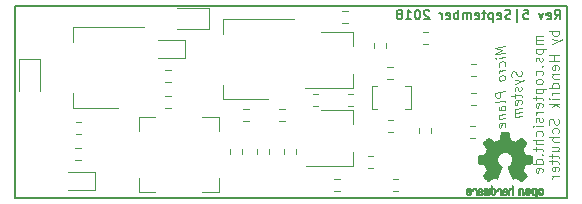
<source format=gbr>
%TF.GenerationSoftware,KiCad,Pcbnew,5.0.0*%
%TF.CreationDate,2018-09-25T19:59:15+02:00*%
%TF.ProjectId,mps_V05,6D70735F5630352E6B696361645F7063,rev?*%
%TF.SameCoordinates,Original*%
%TF.FileFunction,Legend,Bot*%
%TF.FilePolarity,Positive*%
%FSLAX46Y46*%
G04 Gerber Fmt 4.6, Leading zero omitted, Abs format (unit mm)*
G04 Created by KiCad (PCBNEW 5.0.0) date Tue Sep 25 19:59:15 2018*
%MOMM*%
%LPD*%
G01*
G04 APERTURE LIST*
%ADD10C,0.200000*%
%ADD11C,0.100000*%
%ADD12C,0.120000*%
%ADD13C,0.010000*%
G04 APERTURE END LIST*
D10*
X123190000Y-141351000D02*
X169926000Y-141351000D01*
X123190000Y-125095000D02*
X123190000Y-141351000D01*
X169926000Y-125095000D02*
X123190000Y-125095000D01*
X169926000Y-141351000D02*
X169926000Y-125095000D01*
X168871095Y-126218904D02*
X169137761Y-125837952D01*
X169328238Y-126218904D02*
X169328238Y-125418904D01*
X169023476Y-125418904D01*
X168947285Y-125457000D01*
X168909190Y-125495095D01*
X168871095Y-125571285D01*
X168871095Y-125685571D01*
X168909190Y-125761761D01*
X168947285Y-125799857D01*
X169023476Y-125837952D01*
X169328238Y-125837952D01*
X168223476Y-126180809D02*
X168299666Y-126218904D01*
X168452047Y-126218904D01*
X168528238Y-126180809D01*
X168566333Y-126104619D01*
X168566333Y-125799857D01*
X168528238Y-125723666D01*
X168452047Y-125685571D01*
X168299666Y-125685571D01*
X168223476Y-125723666D01*
X168185380Y-125799857D01*
X168185380Y-125876047D01*
X168566333Y-125952238D01*
X167918714Y-125685571D02*
X167728238Y-126218904D01*
X167537761Y-125685571D01*
X166242523Y-125418904D02*
X166623476Y-125418904D01*
X166661571Y-125799857D01*
X166623476Y-125761761D01*
X166547285Y-125723666D01*
X166356809Y-125723666D01*
X166280619Y-125761761D01*
X166242523Y-125799857D01*
X166204428Y-125876047D01*
X166204428Y-126066523D01*
X166242523Y-126142714D01*
X166280619Y-126180809D01*
X166356809Y-126218904D01*
X166547285Y-126218904D01*
X166623476Y-126180809D01*
X166661571Y-126142714D01*
X165671095Y-126485571D02*
X165671095Y-125342714D01*
X165137761Y-126180809D02*
X165023476Y-126218904D01*
X164833000Y-126218904D01*
X164756809Y-126180809D01*
X164718714Y-126142714D01*
X164680619Y-126066523D01*
X164680619Y-125990333D01*
X164718714Y-125914142D01*
X164756809Y-125876047D01*
X164833000Y-125837952D01*
X164985380Y-125799857D01*
X165061571Y-125761761D01*
X165099666Y-125723666D01*
X165137761Y-125647476D01*
X165137761Y-125571285D01*
X165099666Y-125495095D01*
X165061571Y-125457000D01*
X164985380Y-125418904D01*
X164794904Y-125418904D01*
X164680619Y-125457000D01*
X164033000Y-126180809D02*
X164109190Y-126218904D01*
X164261571Y-126218904D01*
X164337761Y-126180809D01*
X164375857Y-126104619D01*
X164375857Y-125799857D01*
X164337761Y-125723666D01*
X164261571Y-125685571D01*
X164109190Y-125685571D01*
X164033000Y-125723666D01*
X163994904Y-125799857D01*
X163994904Y-125876047D01*
X164375857Y-125952238D01*
X163652047Y-125685571D02*
X163652047Y-126485571D01*
X163652047Y-125723666D02*
X163575857Y-125685571D01*
X163423476Y-125685571D01*
X163347285Y-125723666D01*
X163309190Y-125761761D01*
X163271095Y-125837952D01*
X163271095Y-126066523D01*
X163309190Y-126142714D01*
X163347285Y-126180809D01*
X163423476Y-126218904D01*
X163575857Y-126218904D01*
X163652047Y-126180809D01*
X163042523Y-125685571D02*
X162737761Y-125685571D01*
X162928238Y-125418904D02*
X162928238Y-126104619D01*
X162890142Y-126180809D01*
X162813952Y-126218904D01*
X162737761Y-126218904D01*
X162166333Y-126180809D02*
X162242523Y-126218904D01*
X162394904Y-126218904D01*
X162471095Y-126180809D01*
X162509190Y-126104619D01*
X162509190Y-125799857D01*
X162471095Y-125723666D01*
X162394904Y-125685571D01*
X162242523Y-125685571D01*
X162166333Y-125723666D01*
X162128238Y-125799857D01*
X162128238Y-125876047D01*
X162509190Y-125952238D01*
X161785380Y-126218904D02*
X161785380Y-125685571D01*
X161785380Y-125761761D02*
X161747285Y-125723666D01*
X161671095Y-125685571D01*
X161556809Y-125685571D01*
X161480619Y-125723666D01*
X161442523Y-125799857D01*
X161442523Y-126218904D01*
X161442523Y-125799857D02*
X161404428Y-125723666D01*
X161328238Y-125685571D01*
X161213952Y-125685571D01*
X161137761Y-125723666D01*
X161099666Y-125799857D01*
X161099666Y-126218904D01*
X160718714Y-126218904D02*
X160718714Y-125418904D01*
X160718714Y-125723666D02*
X160642523Y-125685571D01*
X160490142Y-125685571D01*
X160413952Y-125723666D01*
X160375857Y-125761761D01*
X160337761Y-125837952D01*
X160337761Y-126066523D01*
X160375857Y-126142714D01*
X160413952Y-126180809D01*
X160490142Y-126218904D01*
X160642523Y-126218904D01*
X160718714Y-126180809D01*
X159690142Y-126180809D02*
X159766333Y-126218904D01*
X159918714Y-126218904D01*
X159994904Y-126180809D01*
X160033000Y-126104619D01*
X160033000Y-125799857D01*
X159994904Y-125723666D01*
X159918714Y-125685571D01*
X159766333Y-125685571D01*
X159690142Y-125723666D01*
X159652047Y-125799857D01*
X159652047Y-125876047D01*
X160033000Y-125952238D01*
X159309190Y-126218904D02*
X159309190Y-125685571D01*
X159309190Y-125837952D02*
X159271095Y-125761761D01*
X159233000Y-125723666D01*
X159156809Y-125685571D01*
X159080619Y-125685571D01*
X158242523Y-125495095D02*
X158204428Y-125457000D01*
X158128238Y-125418904D01*
X157937761Y-125418904D01*
X157861571Y-125457000D01*
X157823476Y-125495095D01*
X157785380Y-125571285D01*
X157785380Y-125647476D01*
X157823476Y-125761761D01*
X158280619Y-126218904D01*
X157785380Y-126218904D01*
X157290142Y-125418904D02*
X157213952Y-125418904D01*
X157137761Y-125457000D01*
X157099666Y-125495095D01*
X157061571Y-125571285D01*
X157023476Y-125723666D01*
X157023476Y-125914142D01*
X157061571Y-126066523D01*
X157099666Y-126142714D01*
X157137761Y-126180809D01*
X157213952Y-126218904D01*
X157290142Y-126218904D01*
X157366333Y-126180809D01*
X157404428Y-126142714D01*
X157442523Y-126066523D01*
X157480619Y-125914142D01*
X157480619Y-125723666D01*
X157442523Y-125571285D01*
X157404428Y-125495095D01*
X157366333Y-125457000D01*
X157290142Y-125418904D01*
X156261571Y-126218904D02*
X156718714Y-126218904D01*
X156490142Y-126218904D02*
X156490142Y-125418904D01*
X156566333Y-125533190D01*
X156642523Y-125609380D01*
X156718714Y-125647476D01*
X155804428Y-125761761D02*
X155880619Y-125723666D01*
X155918714Y-125685571D01*
X155956809Y-125609380D01*
X155956809Y-125571285D01*
X155918714Y-125495095D01*
X155880619Y-125457000D01*
X155804428Y-125418904D01*
X155652047Y-125418904D01*
X155575857Y-125457000D01*
X155537761Y-125495095D01*
X155499666Y-125571285D01*
X155499666Y-125609380D01*
X155537761Y-125685571D01*
X155575857Y-125723666D01*
X155652047Y-125761761D01*
X155804428Y-125761761D01*
X155880619Y-125799857D01*
X155918714Y-125837952D01*
X155956809Y-125914142D01*
X155956809Y-126066523D01*
X155918714Y-126142714D01*
X155880619Y-126180809D01*
X155804428Y-126218904D01*
X155652047Y-126218904D01*
X155575857Y-126180809D01*
X155537761Y-126142714D01*
X155499666Y-126066523D01*
X155499666Y-125914142D01*
X155537761Y-125837952D01*
X155575857Y-125799857D01*
X155652047Y-125761761D01*
D11*
X164695423Y-128517947D02*
X163845423Y-128624197D01*
X164452566Y-128814970D01*
X163845423Y-129157530D01*
X164695423Y-129051280D01*
X164695423Y-129432232D02*
X164128757Y-129503066D01*
X163845423Y-129538482D02*
X163885900Y-129495327D01*
X163926376Y-129528363D01*
X163885900Y-129571518D01*
X163845423Y-129538482D01*
X163926376Y-129528363D01*
X164654947Y-130161101D02*
X164695423Y-130079851D01*
X164695423Y-129927470D01*
X164654947Y-129856339D01*
X164614471Y-129823304D01*
X164533519Y-129795327D01*
X164290661Y-129825685D01*
X164209709Y-129873899D01*
X164169233Y-129917054D01*
X164128757Y-129998304D01*
X164128757Y-130150685D01*
X164169233Y-130221816D01*
X164695423Y-130498899D02*
X164128757Y-130569732D01*
X164290661Y-130549494D02*
X164209709Y-130597708D01*
X164169233Y-130640863D01*
X164128757Y-130722113D01*
X164128757Y-130798304D01*
X164695423Y-131108423D02*
X164654947Y-131037292D01*
X164614471Y-131004256D01*
X164533519Y-130976280D01*
X164290661Y-131006637D01*
X164209709Y-131054851D01*
X164169233Y-131098006D01*
X164128757Y-131179256D01*
X164128757Y-131293542D01*
X164169233Y-131364673D01*
X164209709Y-131397708D01*
X164290661Y-131425685D01*
X164533519Y-131395327D01*
X164614471Y-131347113D01*
X164654947Y-131303958D01*
X164695423Y-131222708D01*
X164695423Y-131108423D01*
X164695423Y-132327470D02*
X163845423Y-132433720D01*
X163845423Y-132738482D01*
X163885900Y-132809613D01*
X163926376Y-132842649D01*
X164007328Y-132870625D01*
X164128757Y-132855447D01*
X164209709Y-132807232D01*
X164250185Y-132764077D01*
X164290661Y-132682827D01*
X164290661Y-132378066D01*
X164695423Y-133241756D02*
X164654947Y-133170625D01*
X164573995Y-133142649D01*
X163845423Y-133233720D01*
X164695423Y-133889375D02*
X164250185Y-133945030D01*
X164169233Y-133917054D01*
X164128757Y-133845923D01*
X164128757Y-133693542D01*
X164169233Y-133612292D01*
X164654947Y-133894435D02*
X164695423Y-133813185D01*
X164695423Y-133622708D01*
X164654947Y-133551577D01*
X164573995Y-133523601D01*
X164493042Y-133533720D01*
X164412090Y-133581935D01*
X164371614Y-133663185D01*
X164371614Y-133853661D01*
X164331138Y-133934911D01*
X164128757Y-134341161D02*
X164695423Y-134270327D01*
X164209709Y-134331042D02*
X164169233Y-134374197D01*
X164128757Y-134455447D01*
X164128757Y-134569732D01*
X164169233Y-134640863D01*
X164250185Y-134668839D01*
X164695423Y-134613185D01*
X164654947Y-135303958D02*
X164695423Y-135222708D01*
X164695423Y-135070327D01*
X164654947Y-134999197D01*
X164573995Y-134971220D01*
X164250185Y-135011697D01*
X164169233Y-135059911D01*
X164128757Y-135141161D01*
X164128757Y-135293542D01*
X164169233Y-135364673D01*
X164250185Y-135392649D01*
X164331138Y-135382530D01*
X164412090Y-134991458D01*
X166029947Y-130561101D02*
X166070423Y-130670327D01*
X166070423Y-130860804D01*
X166029947Y-130942054D01*
X165989471Y-130985208D01*
X165908519Y-131033423D01*
X165827566Y-131043542D01*
X165746614Y-131015566D01*
X165706138Y-130982530D01*
X165665661Y-130911399D01*
X165625185Y-130764077D01*
X165584709Y-130692947D01*
X165544233Y-130659911D01*
X165463280Y-130631935D01*
X165382328Y-130642054D01*
X165301376Y-130690268D01*
X165260900Y-130733423D01*
X165220423Y-130814673D01*
X165220423Y-131005149D01*
X165260900Y-131114375D01*
X165503757Y-131350685D02*
X166070423Y-131470327D01*
X165503757Y-131731637D02*
X166070423Y-131470327D01*
X166272804Y-131368839D01*
X166313280Y-131325685D01*
X166353757Y-131244435D01*
X166029947Y-131932530D02*
X166070423Y-132003661D01*
X166070423Y-132156042D01*
X166029947Y-132237292D01*
X165948995Y-132285506D01*
X165908519Y-132290566D01*
X165827566Y-132262589D01*
X165787090Y-132191458D01*
X165787090Y-132077173D01*
X165746614Y-132006042D01*
X165665661Y-131978066D01*
X165625185Y-131983125D01*
X165544233Y-132031339D01*
X165503757Y-132112589D01*
X165503757Y-132226875D01*
X165544233Y-132298006D01*
X165503757Y-132569732D02*
X165503757Y-132874494D01*
X165220423Y-132719435D02*
X165948995Y-132628363D01*
X166029947Y-132656339D01*
X166070423Y-132727470D01*
X166070423Y-132803661D01*
X166029947Y-133380149D02*
X166070423Y-133298899D01*
X166070423Y-133146518D01*
X166029947Y-133075387D01*
X165948995Y-133047411D01*
X165625185Y-133087887D01*
X165544233Y-133136101D01*
X165503757Y-133217351D01*
X165503757Y-133369732D01*
X165544233Y-133440863D01*
X165625185Y-133468839D01*
X165706138Y-133458720D01*
X165787090Y-133067649D01*
X166070423Y-133756042D02*
X165503757Y-133826875D01*
X165584709Y-133816756D02*
X165544233Y-133859911D01*
X165503757Y-133941161D01*
X165503757Y-134055447D01*
X165544233Y-134126577D01*
X165625185Y-134154554D01*
X166070423Y-134098899D01*
X165625185Y-134154554D02*
X165544233Y-134202768D01*
X165503757Y-134284018D01*
X165503757Y-134398304D01*
X165544233Y-134469435D01*
X165625185Y-134497411D01*
X166070423Y-134441756D01*
X167855183Y-127607624D02*
X167288517Y-127607624D01*
X167369469Y-127607624D02*
X167328993Y-127648100D01*
X167288517Y-127729053D01*
X167288517Y-127850481D01*
X167328993Y-127931434D01*
X167409945Y-127971910D01*
X167855183Y-127971910D01*
X167409945Y-127971910D02*
X167328993Y-128012386D01*
X167288517Y-128093339D01*
X167288517Y-128214767D01*
X167328993Y-128295720D01*
X167409945Y-128336196D01*
X167855183Y-128336196D01*
X167288517Y-128740958D02*
X168138517Y-128740958D01*
X167328993Y-128740958D02*
X167288517Y-128821910D01*
X167288517Y-128983815D01*
X167328993Y-129064767D01*
X167369469Y-129105243D01*
X167450421Y-129145720D01*
X167693279Y-129145720D01*
X167774231Y-129105243D01*
X167814707Y-129064767D01*
X167855183Y-128983815D01*
X167855183Y-128821910D01*
X167814707Y-128740958D01*
X167814707Y-129469529D02*
X167855183Y-129550481D01*
X167855183Y-129712386D01*
X167814707Y-129793339D01*
X167733755Y-129833815D01*
X167693279Y-129833815D01*
X167612326Y-129793339D01*
X167571850Y-129712386D01*
X167571850Y-129590958D01*
X167531374Y-129510005D01*
X167450421Y-129469529D01*
X167409945Y-129469529D01*
X167328993Y-129510005D01*
X167288517Y-129590958D01*
X167288517Y-129712386D01*
X167328993Y-129793339D01*
X167774231Y-130198100D02*
X167814707Y-130238577D01*
X167855183Y-130198100D01*
X167814707Y-130157624D01*
X167774231Y-130198100D01*
X167855183Y-130198100D01*
X167814707Y-130967148D02*
X167855183Y-130886196D01*
X167855183Y-130724291D01*
X167814707Y-130643339D01*
X167774231Y-130602862D01*
X167693279Y-130562386D01*
X167450421Y-130562386D01*
X167369469Y-130602862D01*
X167328993Y-130643339D01*
X167288517Y-130724291D01*
X167288517Y-130886196D01*
X167328993Y-130967148D01*
X167855183Y-131452862D02*
X167814707Y-131371910D01*
X167774231Y-131331434D01*
X167693279Y-131290958D01*
X167450421Y-131290958D01*
X167369469Y-131331434D01*
X167328993Y-131371910D01*
X167288517Y-131452862D01*
X167288517Y-131574291D01*
X167328993Y-131655243D01*
X167369469Y-131695720D01*
X167450421Y-131736196D01*
X167693279Y-131736196D01*
X167774231Y-131695720D01*
X167814707Y-131655243D01*
X167855183Y-131574291D01*
X167855183Y-131452862D01*
X167288517Y-132100481D02*
X168138517Y-132100481D01*
X167328993Y-132100481D02*
X167288517Y-132181434D01*
X167288517Y-132343339D01*
X167328993Y-132424291D01*
X167369469Y-132464767D01*
X167450421Y-132505243D01*
X167693279Y-132505243D01*
X167774231Y-132464767D01*
X167814707Y-132424291D01*
X167855183Y-132343339D01*
X167855183Y-132181434D01*
X167814707Y-132100481D01*
X167288517Y-132748100D02*
X167288517Y-133071910D01*
X167005183Y-132869529D02*
X167733755Y-132869529D01*
X167814707Y-132910005D01*
X167855183Y-132990958D01*
X167855183Y-133071910D01*
X167814707Y-133679053D02*
X167855183Y-133598100D01*
X167855183Y-133436196D01*
X167814707Y-133355243D01*
X167733755Y-133314767D01*
X167409945Y-133314767D01*
X167328993Y-133355243D01*
X167288517Y-133436196D01*
X167288517Y-133598100D01*
X167328993Y-133679053D01*
X167409945Y-133719529D01*
X167490898Y-133719529D01*
X167571850Y-133314767D01*
X167855183Y-134083815D02*
X167288517Y-134083815D01*
X167450421Y-134083815D02*
X167369469Y-134124291D01*
X167328993Y-134164767D01*
X167288517Y-134245720D01*
X167288517Y-134326672D01*
X167814707Y-134569529D02*
X167855183Y-134650481D01*
X167855183Y-134812386D01*
X167814707Y-134893339D01*
X167733755Y-134933815D01*
X167693279Y-134933815D01*
X167612326Y-134893339D01*
X167571850Y-134812386D01*
X167571850Y-134690958D01*
X167531374Y-134610005D01*
X167450421Y-134569529D01*
X167409945Y-134569529D01*
X167328993Y-134610005D01*
X167288517Y-134690958D01*
X167288517Y-134812386D01*
X167328993Y-134893339D01*
X167855183Y-135298100D02*
X167288517Y-135298100D01*
X167005183Y-135298100D02*
X167045660Y-135257624D01*
X167086136Y-135298100D01*
X167045660Y-135338577D01*
X167005183Y-135298100D01*
X167086136Y-135298100D01*
X167814707Y-136067148D02*
X167855183Y-135986196D01*
X167855183Y-135824291D01*
X167814707Y-135743339D01*
X167774231Y-135702862D01*
X167693279Y-135662386D01*
X167450421Y-135662386D01*
X167369469Y-135702862D01*
X167328993Y-135743339D01*
X167288517Y-135824291D01*
X167288517Y-135986196D01*
X167328993Y-136067148D01*
X167855183Y-136431434D02*
X167005183Y-136431434D01*
X167855183Y-136795720D02*
X167409945Y-136795720D01*
X167328993Y-136755243D01*
X167288517Y-136674291D01*
X167288517Y-136552862D01*
X167328993Y-136471910D01*
X167369469Y-136431434D01*
X167288517Y-137079053D02*
X167288517Y-137402862D01*
X167005183Y-137200481D02*
X167733755Y-137200481D01*
X167814707Y-137240958D01*
X167855183Y-137321910D01*
X167855183Y-137402862D01*
X167774231Y-137686196D02*
X167814707Y-137726672D01*
X167855183Y-137686196D01*
X167814707Y-137645720D01*
X167774231Y-137686196D01*
X167855183Y-137686196D01*
X167855183Y-138455243D02*
X167005183Y-138455243D01*
X167814707Y-138455243D02*
X167855183Y-138374291D01*
X167855183Y-138212386D01*
X167814707Y-138131434D01*
X167774231Y-138090958D01*
X167693279Y-138050481D01*
X167450421Y-138050481D01*
X167369469Y-138090958D01*
X167328993Y-138131434D01*
X167288517Y-138212386D01*
X167288517Y-138374291D01*
X167328993Y-138455243D01*
X167814707Y-139183815D02*
X167855183Y-139102862D01*
X167855183Y-138940958D01*
X167814707Y-138860005D01*
X167733755Y-138819529D01*
X167409945Y-138819529D01*
X167328993Y-138860005D01*
X167288517Y-138940958D01*
X167288517Y-139102862D01*
X167328993Y-139183815D01*
X167409945Y-139224291D01*
X167490898Y-139224291D01*
X167571850Y-138819529D01*
X169230183Y-127202862D02*
X168380183Y-127202862D01*
X168703993Y-127202862D02*
X168663517Y-127283815D01*
X168663517Y-127445720D01*
X168703993Y-127526672D01*
X168744469Y-127567148D01*
X168825421Y-127607624D01*
X169068279Y-127607624D01*
X169149231Y-127567148D01*
X169189707Y-127526672D01*
X169230183Y-127445720D01*
X169230183Y-127283815D01*
X169189707Y-127202862D01*
X168663517Y-127890958D02*
X169230183Y-128093339D01*
X168663517Y-128295720D02*
X169230183Y-128093339D01*
X169432564Y-128012386D01*
X169473040Y-127971910D01*
X169513517Y-127890958D01*
X169230183Y-129267148D02*
X168380183Y-129267148D01*
X168784945Y-129267148D02*
X168784945Y-129752862D01*
X169230183Y-129752862D02*
X168380183Y-129752862D01*
X169189707Y-130481434D02*
X169230183Y-130400481D01*
X169230183Y-130238577D01*
X169189707Y-130157624D01*
X169108755Y-130117148D01*
X168784945Y-130117148D01*
X168703993Y-130157624D01*
X168663517Y-130238577D01*
X168663517Y-130400481D01*
X168703993Y-130481434D01*
X168784945Y-130521910D01*
X168865898Y-130521910D01*
X168946850Y-130117148D01*
X168663517Y-130886196D02*
X169230183Y-130886196D01*
X168744469Y-130886196D02*
X168703993Y-130926672D01*
X168663517Y-131007624D01*
X168663517Y-131129053D01*
X168703993Y-131210005D01*
X168784945Y-131250481D01*
X169230183Y-131250481D01*
X169230183Y-132019529D02*
X168380183Y-132019529D01*
X169189707Y-132019529D02*
X169230183Y-131938577D01*
X169230183Y-131776672D01*
X169189707Y-131695720D01*
X169149231Y-131655243D01*
X169068279Y-131614767D01*
X168825421Y-131614767D01*
X168744469Y-131655243D01*
X168703993Y-131695720D01*
X168663517Y-131776672D01*
X168663517Y-131938577D01*
X168703993Y-132019529D01*
X169230183Y-132424291D02*
X168663517Y-132424291D01*
X168825421Y-132424291D02*
X168744469Y-132464767D01*
X168703993Y-132505243D01*
X168663517Y-132586196D01*
X168663517Y-132667148D01*
X169230183Y-132950481D02*
X168663517Y-132950481D01*
X168380183Y-132950481D02*
X168420660Y-132910005D01*
X168461136Y-132950481D01*
X168420660Y-132990958D01*
X168380183Y-132950481D01*
X168461136Y-132950481D01*
X169230183Y-133355243D02*
X168380183Y-133355243D01*
X168906374Y-133436196D02*
X169230183Y-133679053D01*
X168663517Y-133679053D02*
X168987326Y-133355243D01*
X169189707Y-134650481D02*
X169230183Y-134771910D01*
X169230183Y-134974291D01*
X169189707Y-135055243D01*
X169149231Y-135095720D01*
X169068279Y-135136196D01*
X168987326Y-135136196D01*
X168906374Y-135095720D01*
X168865898Y-135055243D01*
X168825421Y-134974291D01*
X168784945Y-134812386D01*
X168744469Y-134731434D01*
X168703993Y-134690958D01*
X168623040Y-134650481D01*
X168542088Y-134650481D01*
X168461136Y-134690958D01*
X168420660Y-134731434D01*
X168380183Y-134812386D01*
X168380183Y-135014767D01*
X168420660Y-135136196D01*
X169189707Y-135864767D02*
X169230183Y-135783815D01*
X169230183Y-135621910D01*
X169189707Y-135540958D01*
X169149231Y-135500481D01*
X169068279Y-135460005D01*
X168825421Y-135460005D01*
X168744469Y-135500481D01*
X168703993Y-135540958D01*
X168663517Y-135621910D01*
X168663517Y-135783815D01*
X168703993Y-135864767D01*
X169230183Y-136229053D02*
X168380183Y-136229053D01*
X169230183Y-136593339D02*
X168784945Y-136593339D01*
X168703993Y-136552862D01*
X168663517Y-136471910D01*
X168663517Y-136350481D01*
X168703993Y-136269529D01*
X168744469Y-136229053D01*
X168663517Y-137362386D02*
X169230183Y-137362386D01*
X168663517Y-136998100D02*
X169108755Y-136998100D01*
X169189707Y-137038577D01*
X169230183Y-137119529D01*
X169230183Y-137240958D01*
X169189707Y-137321910D01*
X169149231Y-137362386D01*
X168663517Y-137645720D02*
X168663517Y-137969529D01*
X168380183Y-137767148D02*
X169108755Y-137767148D01*
X169189707Y-137807624D01*
X169230183Y-137888577D01*
X169230183Y-137969529D01*
X168663517Y-138131434D02*
X168663517Y-138455243D01*
X168380183Y-138252862D02*
X169108755Y-138252862D01*
X169189707Y-138293339D01*
X169230183Y-138374291D01*
X169230183Y-138455243D01*
X169189707Y-139062386D02*
X169230183Y-138981434D01*
X169230183Y-138819529D01*
X169189707Y-138738577D01*
X169108755Y-138698100D01*
X168784945Y-138698100D01*
X168703993Y-138738577D01*
X168663517Y-138819529D01*
X168663517Y-138981434D01*
X168703993Y-139062386D01*
X168784945Y-139102862D01*
X168865898Y-139102862D01*
X168946850Y-138698100D01*
X169230183Y-139467148D02*
X168663517Y-139467148D01*
X168825421Y-139467148D02*
X168744469Y-139507624D01*
X168703993Y-139548100D01*
X168663517Y-139629053D01*
X168663517Y-139710005D01*
D12*
X136861000Y-125302000D02*
X139581000Y-125302000D01*
X139581000Y-125302000D02*
X139581000Y-127072000D01*
X139581000Y-127072000D02*
X136861000Y-127072000D01*
X123499000Y-132267000D02*
X123499000Y-129547000D01*
X123499000Y-129547000D02*
X125269000Y-129547000D01*
X125269000Y-129547000D02*
X125269000Y-132267000D01*
X142968000Y-133805000D02*
X142528000Y-133805000D01*
X142968000Y-134825000D02*
X142528000Y-134825000D01*
X151833000Y-132510000D02*
X151393000Y-132510000D01*
X151833000Y-133530000D02*
X151393000Y-133530000D01*
X162159000Y-135228000D02*
X161719000Y-135228000D01*
X162159000Y-136248000D02*
X161719000Y-136248000D01*
X158396000Y-135831000D02*
X158396000Y-135391000D01*
X157376000Y-135831000D02*
X157376000Y-135391000D01*
X136364000Y-132738000D02*
X135924000Y-132738000D01*
X136364000Y-133758000D02*
X135924000Y-133758000D01*
X136353000Y-130554000D02*
X135913000Y-130554000D01*
X136353000Y-131574000D02*
X135913000Y-131574000D01*
X128733000Y-137158000D02*
X128293000Y-137158000D01*
X128733000Y-138178000D02*
X128293000Y-138178000D01*
X128769000Y-134923000D02*
X128329000Y-134923000D01*
X128769000Y-135943000D02*
X128329000Y-135943000D01*
X135333000Y-127967000D02*
X137603000Y-127967000D01*
X137603000Y-127967000D02*
X137603000Y-129487000D01*
X137603000Y-129487000D02*
X135333000Y-129487000D01*
X127713000Y-139194000D02*
X129983000Y-139194000D01*
X129983000Y-139194000D02*
X129983000Y-140714000D01*
X129983000Y-140714000D02*
X127713000Y-140714000D01*
X151767000Y-128467000D02*
X151767000Y-127267000D01*
X151767000Y-127267000D02*
X149067000Y-127267000D01*
X147767000Y-132067000D02*
X151767000Y-132067000D01*
X151767000Y-132067000D02*
X151767000Y-130867000D01*
X151830000Y-135071000D02*
X151830000Y-133871000D01*
X151830000Y-133871000D02*
X149130000Y-133871000D01*
X147830000Y-138671000D02*
X151830000Y-138671000D01*
X151830000Y-138671000D02*
X151830000Y-137471000D01*
X148395000Y-133530000D02*
X148835000Y-133530000D01*
X148395000Y-132510000D02*
X148835000Y-132510000D01*
X157692000Y-128348000D02*
X158132000Y-128348000D01*
X157692000Y-127328000D02*
X158132000Y-127328000D01*
X150664000Y-139749000D02*
X150224000Y-139749000D01*
X150664000Y-140769000D02*
X150224000Y-140769000D01*
X153592000Y-128228000D02*
X153592000Y-128668000D01*
X154612000Y-128228000D02*
X154612000Y-128668000D01*
X155164000Y-140782000D02*
X155604000Y-140782000D01*
X155164000Y-139762000D02*
X155604000Y-139762000D01*
X146966000Y-137634000D02*
X146966000Y-137194000D01*
X145946000Y-137634000D02*
X145946000Y-137194000D01*
X143711000Y-137183000D02*
X143711000Y-137623000D01*
X144731000Y-137183000D02*
X144731000Y-137623000D01*
X154784000Y-135765000D02*
X155224000Y-135765000D01*
X154784000Y-134745000D02*
X155224000Y-134745000D01*
X153069000Y-138838000D02*
X153509000Y-138838000D01*
X153069000Y-137818000D02*
X153509000Y-137818000D01*
X150910000Y-126519000D02*
X151350000Y-126519000D01*
X150910000Y-125499000D02*
X151350000Y-125499000D01*
X162210000Y-130046000D02*
X161770000Y-130046000D01*
X162210000Y-131066000D02*
X161770000Y-131066000D01*
X162210000Y-132434000D02*
X161770000Y-132434000D01*
X162210000Y-133454000D02*
X161770000Y-133454000D01*
X154720000Y-131256000D02*
X155160000Y-131256000D01*
X154720000Y-130236000D02*
X155160000Y-130236000D01*
X142445000Y-137623000D02*
X142445000Y-137183000D01*
X141425000Y-137623000D02*
X141425000Y-137183000D01*
X146016000Y-133792000D02*
X145576000Y-133792000D01*
X146016000Y-134812000D02*
X145576000Y-134812000D01*
X140838000Y-133014000D02*
X140838000Y-131754000D01*
X140838000Y-126194000D02*
X140838000Y-127454000D01*
X144598000Y-133014000D02*
X140838000Y-133014000D01*
X146848000Y-126194000D02*
X140838000Y-126194000D01*
X128138000Y-133712000D02*
X128138000Y-132452000D01*
X128138000Y-126892000D02*
X128138000Y-128152000D01*
X131898000Y-133712000D02*
X128138000Y-133712000D01*
X134148000Y-126892000D02*
X128138000Y-126892000D01*
X153850000Y-131904000D02*
X153450000Y-131904000D01*
X153450000Y-133780000D02*
X153850000Y-133780000D01*
X153428000Y-133792000D02*
X153428000Y-131892000D01*
X156244000Y-133780000D02*
X156644000Y-133780000D01*
X156730000Y-133792000D02*
X156730000Y-131892000D01*
X156644000Y-131904000D02*
X156244000Y-131904000D01*
X140458000Y-134468000D02*
X140458000Y-135668000D01*
X140458000Y-134468000D02*
X139058000Y-134468000D01*
X133658000Y-134468000D02*
X135058000Y-134468000D01*
X133658000Y-134468000D02*
X133658000Y-135668000D01*
X133658000Y-140868000D02*
X133658000Y-139668000D01*
X140458000Y-140868000D02*
X140458000Y-139668000D01*
X133658000Y-140868000D02*
X135058000Y-140868000D01*
X140458000Y-140868000D02*
X139058000Y-140868000D01*
D13*
G36*
X164541430Y-135801888D02*
X164462886Y-135802318D01*
X164406042Y-135803482D01*
X164367235Y-135805747D01*
X164342802Y-135809480D01*
X164329078Y-135815046D01*
X164322400Y-135822813D01*
X164319104Y-135833145D01*
X164318784Y-135834483D01*
X164313778Y-135858619D01*
X164304511Y-135906241D01*
X164291948Y-135972281D01*
X164277053Y-136051668D01*
X164260789Y-136139336D01*
X164260221Y-136142415D01*
X164243930Y-136228329D01*
X164228688Y-136304236D01*
X164215479Y-136365585D01*
X164205286Y-136407822D01*
X164199092Y-136426395D01*
X164198797Y-136426724D01*
X164180552Y-136435793D01*
X164142935Y-136450907D01*
X164094069Y-136468802D01*
X164093797Y-136468898D01*
X164032247Y-136492033D01*
X163959683Y-136521505D01*
X163891283Y-136551137D01*
X163888046Y-136552602D01*
X163776638Y-136603166D01*
X163529941Y-136434700D01*
X163454263Y-136383343D01*
X163385709Y-136337429D01*
X163328252Y-136299570D01*
X163285864Y-136272377D01*
X163262515Y-136258461D01*
X163260298Y-136257429D01*
X163243330Y-136262024D01*
X163211639Y-136284195D01*
X163163988Y-136324987D01*
X163099142Y-136385445D01*
X163032943Y-136449767D01*
X162969126Y-136513152D01*
X162912011Y-136570991D01*
X162865035Y-136619715D01*
X162831637Y-136655750D01*
X162815255Y-136675524D01*
X162814646Y-136676542D01*
X162812835Y-136690112D01*
X162819657Y-136712273D01*
X162836800Y-136746018D01*
X162865947Y-136794340D01*
X162908785Y-136860232D01*
X162965892Y-136945057D01*
X163016574Y-137019717D01*
X163061879Y-137086680D01*
X163099190Y-137142056D01*
X163125888Y-137181960D01*
X163139355Y-137202502D01*
X163140203Y-137203896D01*
X163138559Y-137223578D01*
X163126095Y-137261833D01*
X163105292Y-137311429D01*
X163097878Y-137327268D01*
X163065526Y-137397830D01*
X163031012Y-137477893D01*
X163002975Y-137547169D01*
X162982772Y-137598585D01*
X162966725Y-137637659D01*
X162957452Y-137658081D01*
X162956299Y-137659654D01*
X162939244Y-137662261D01*
X162899042Y-137669403D01*
X162841038Y-137680063D01*
X162770577Y-137693225D01*
X162693005Y-137707873D01*
X162613668Y-137722989D01*
X162537909Y-137737558D01*
X162471076Y-137750562D01*
X162418512Y-137760985D01*
X162385564Y-137767810D01*
X162377483Y-137769739D01*
X162369135Y-137774502D01*
X162362834Y-137785258D01*
X162358295Y-137805638D01*
X162355236Y-137839274D01*
X162353373Y-137889795D01*
X162352422Y-137960832D01*
X162352100Y-138056016D01*
X162352083Y-138095032D01*
X162352083Y-138412339D01*
X162428283Y-138427379D01*
X162470677Y-138435535D01*
X162533940Y-138447439D01*
X162610378Y-138461656D01*
X162692297Y-138476750D01*
X162714940Y-138480895D01*
X162790534Y-138495593D01*
X162856387Y-138510045D01*
X162906974Y-138522915D01*
X162936766Y-138532862D01*
X162941728Y-138535827D01*
X162953914Y-138556823D01*
X162971387Y-138597507D01*
X162990763Y-138649862D01*
X162994606Y-138661140D01*
X163020001Y-138731063D01*
X163051523Y-138809958D01*
X163082371Y-138880806D01*
X163082523Y-138881135D01*
X163133893Y-138992273D01*
X162964941Y-139240793D01*
X162795988Y-139489312D01*
X163012911Y-139706598D01*
X163078521Y-139771266D01*
X163138361Y-139828273D01*
X163189073Y-139874573D01*
X163227294Y-139907124D01*
X163249665Y-139922883D01*
X163252874Y-139923883D01*
X163271714Y-139916009D01*
X163310160Y-139894118D01*
X163364010Y-139860807D01*
X163429064Y-139818671D01*
X163499400Y-139771483D01*
X163570785Y-139723350D01*
X163634432Y-139681468D01*
X163686299Y-139648411D01*
X163722345Y-139626758D01*
X163738473Y-139619083D01*
X163758151Y-139625577D01*
X163795465Y-139642690D01*
X163842719Y-139666866D01*
X163847728Y-139669553D01*
X163911363Y-139701467D01*
X163954999Y-139717119D01*
X163982138Y-139717285D01*
X163996283Y-139702744D01*
X163996365Y-139702540D01*
X164003435Y-139685319D01*
X164020298Y-139644439D01*
X164045645Y-139583065D01*
X164078169Y-139504359D01*
X164116562Y-139411487D01*
X164159518Y-139307612D01*
X164201118Y-139207042D01*
X164246836Y-139096056D01*
X164288814Y-138993243D01*
X164325792Y-138901755D01*
X164356513Y-138824741D01*
X164379718Y-138765355D01*
X164394150Y-138726749D01*
X164398597Y-138712340D01*
X164387444Y-138695812D01*
X164358271Y-138669470D01*
X164319369Y-138640427D01*
X164208583Y-138548579D01*
X164121989Y-138443299D01*
X164060624Y-138326806D01*
X164025525Y-138201316D01*
X164017732Y-138069047D01*
X164023397Y-138007997D01*
X164054262Y-137881335D01*
X164107420Y-137769481D01*
X164179573Y-137673541D01*
X164267423Y-137594616D01*
X164367675Y-137533810D01*
X164477030Y-137492227D01*
X164592193Y-137470968D01*
X164709865Y-137471139D01*
X164826750Y-137493841D01*
X164939551Y-137540178D01*
X165044971Y-137611253D01*
X165088972Y-137651451D01*
X165173361Y-137754669D01*
X165232118Y-137867465D01*
X165265636Y-137986550D01*
X165274305Y-138108635D01*
X165258517Y-138230433D01*
X165218662Y-138348656D01*
X165155133Y-138460015D01*
X165068319Y-138561224D01*
X164971311Y-138640427D01*
X164930903Y-138670702D01*
X164902358Y-138696759D01*
X164892083Y-138712365D01*
X164897463Y-138729383D01*
X164912765Y-138770040D01*
X164936728Y-138831182D01*
X164968096Y-138909659D01*
X165005608Y-139002320D01*
X165048007Y-139106012D01*
X165089677Y-139207066D01*
X165135650Y-139318147D01*
X165178233Y-139421081D01*
X165216119Y-139512705D01*
X165248000Y-139589856D01*
X165272569Y-139649371D01*
X165288520Y-139688084D01*
X165294430Y-139702540D01*
X165308392Y-139717225D01*
X165335400Y-139717182D01*
X165378927Y-139701639D01*
X165442450Y-139669824D01*
X165442952Y-139669553D01*
X165490780Y-139644863D01*
X165529443Y-139626878D01*
X165551245Y-139619154D01*
X165552207Y-139619083D01*
X165568619Y-139626918D01*
X165604853Y-139648705D01*
X165656866Y-139681868D01*
X165720615Y-139723831D01*
X165791280Y-139771483D01*
X165863224Y-139819731D01*
X165928066Y-139861691D01*
X165981605Y-139894767D01*
X166019643Y-139916361D01*
X166037807Y-139923883D01*
X166054532Y-139913997D01*
X166088160Y-139886366D01*
X166135330Y-139844035D01*
X166192682Y-139790045D01*
X166256856Y-139727439D01*
X166277843Y-139706523D01*
X166494841Y-139489163D01*
X166329672Y-139246760D01*
X166279476Y-139172321D01*
X166235421Y-139105512D01*
X166199978Y-139050205D01*
X166175621Y-139010269D01*
X166164818Y-138989576D01*
X166164502Y-138988103D01*
X166170197Y-138968598D01*
X166185514Y-138929362D01*
X166207803Y-138876970D01*
X166223447Y-138841895D01*
X166252699Y-138774741D01*
X166280246Y-138706898D01*
X166301603Y-138649574D01*
X166307405Y-138632112D01*
X166323888Y-138585478D01*
X166340000Y-138549445D01*
X166348850Y-138535827D01*
X166368380Y-138527492D01*
X166411006Y-138515677D01*
X166471195Y-138501721D01*
X166543418Y-138486962D01*
X166575740Y-138480895D01*
X166657818Y-138465813D01*
X166736545Y-138451209D01*
X166804231Y-138438520D01*
X166853180Y-138429182D01*
X166862397Y-138427379D01*
X166938597Y-138412339D01*
X166938597Y-138095032D01*
X166938426Y-137990694D01*
X166937724Y-137911753D01*
X166936206Y-137854578D01*
X166933591Y-137815539D01*
X166929594Y-137791005D01*
X166923931Y-137777345D01*
X166916320Y-137770929D01*
X166913197Y-137769739D01*
X166894362Y-137765520D01*
X166852752Y-137757102D01*
X166793710Y-137745501D01*
X166722583Y-137731735D01*
X166644715Y-137716820D01*
X166565453Y-137701772D01*
X166490142Y-137687609D01*
X166424127Y-137675346D01*
X166372753Y-137666001D01*
X166341365Y-137660590D01*
X166334381Y-137659654D01*
X166328055Y-137647136D01*
X166314050Y-137613786D01*
X166294985Y-137565917D01*
X166287706Y-137547169D01*
X166258344Y-137474735D01*
X166223769Y-137394710D01*
X166192803Y-137327268D01*
X166170017Y-137275699D01*
X166154858Y-137233325D01*
X166149798Y-137207374D01*
X166150604Y-137203896D01*
X166161299Y-137187476D01*
X166185720Y-137150957D01*
X166221245Y-137098227D01*
X166265253Y-137033175D01*
X166315123Y-136959691D01*
X166324984Y-136945185D01*
X166382848Y-136859244D01*
X166425384Y-136793801D01*
X166454286Y-136745844D01*
X166471250Y-136712360D01*
X166477973Y-136690335D01*
X166476150Y-136676757D01*
X166476104Y-136676671D01*
X166461754Y-136658837D01*
X166430017Y-136624357D01*
X166384330Y-136576808D01*
X166328136Y-136519762D01*
X166264872Y-136456795D01*
X166257738Y-136449767D01*
X166178010Y-136372560D01*
X166116483Y-136315870D01*
X166071919Y-136278650D01*
X166043083Y-136259855D01*
X166030382Y-136257429D01*
X166011846Y-136268011D01*
X165973379Y-136292456D01*
X165918954Y-136328152D01*
X165852542Y-136372487D01*
X165778115Y-136422851D01*
X165760739Y-136434700D01*
X165514043Y-136603166D01*
X165402634Y-136552602D01*
X165334883Y-136523135D01*
X165262157Y-136493499D01*
X165199637Y-136469870D01*
X165196883Y-136468898D01*
X165147980Y-136450997D01*
X165110283Y-136435860D01*
X165091915Y-136426750D01*
X165091884Y-136426724D01*
X165086055Y-136410257D01*
X165076148Y-136369759D01*
X165063145Y-136309782D01*
X165048031Y-136234880D01*
X165031788Y-136149604D01*
X165030459Y-136142415D01*
X165014165Y-136054554D01*
X164999207Y-135974800D01*
X164986549Y-135908221D01*
X164977154Y-135859887D01*
X164971986Y-135834865D01*
X164971896Y-135834483D01*
X164968751Y-135823839D01*
X164962636Y-135815802D01*
X164949887Y-135810007D01*
X164926840Y-135806087D01*
X164889831Y-135803675D01*
X164835196Y-135802405D01*
X164759273Y-135801911D01*
X164658396Y-135801826D01*
X164645340Y-135801826D01*
X164541430Y-135801888D01*
X164541430Y-135801888D01*
G37*
X164541430Y-135801888D02*
X164462886Y-135802318D01*
X164406042Y-135803482D01*
X164367235Y-135805747D01*
X164342802Y-135809480D01*
X164329078Y-135815046D01*
X164322400Y-135822813D01*
X164319104Y-135833145D01*
X164318784Y-135834483D01*
X164313778Y-135858619D01*
X164304511Y-135906241D01*
X164291948Y-135972281D01*
X164277053Y-136051668D01*
X164260789Y-136139336D01*
X164260221Y-136142415D01*
X164243930Y-136228329D01*
X164228688Y-136304236D01*
X164215479Y-136365585D01*
X164205286Y-136407822D01*
X164199092Y-136426395D01*
X164198797Y-136426724D01*
X164180552Y-136435793D01*
X164142935Y-136450907D01*
X164094069Y-136468802D01*
X164093797Y-136468898D01*
X164032247Y-136492033D01*
X163959683Y-136521505D01*
X163891283Y-136551137D01*
X163888046Y-136552602D01*
X163776638Y-136603166D01*
X163529941Y-136434700D01*
X163454263Y-136383343D01*
X163385709Y-136337429D01*
X163328252Y-136299570D01*
X163285864Y-136272377D01*
X163262515Y-136258461D01*
X163260298Y-136257429D01*
X163243330Y-136262024D01*
X163211639Y-136284195D01*
X163163988Y-136324987D01*
X163099142Y-136385445D01*
X163032943Y-136449767D01*
X162969126Y-136513152D01*
X162912011Y-136570991D01*
X162865035Y-136619715D01*
X162831637Y-136655750D01*
X162815255Y-136675524D01*
X162814646Y-136676542D01*
X162812835Y-136690112D01*
X162819657Y-136712273D01*
X162836800Y-136746018D01*
X162865947Y-136794340D01*
X162908785Y-136860232D01*
X162965892Y-136945057D01*
X163016574Y-137019717D01*
X163061879Y-137086680D01*
X163099190Y-137142056D01*
X163125888Y-137181960D01*
X163139355Y-137202502D01*
X163140203Y-137203896D01*
X163138559Y-137223578D01*
X163126095Y-137261833D01*
X163105292Y-137311429D01*
X163097878Y-137327268D01*
X163065526Y-137397830D01*
X163031012Y-137477893D01*
X163002975Y-137547169D01*
X162982772Y-137598585D01*
X162966725Y-137637659D01*
X162957452Y-137658081D01*
X162956299Y-137659654D01*
X162939244Y-137662261D01*
X162899042Y-137669403D01*
X162841038Y-137680063D01*
X162770577Y-137693225D01*
X162693005Y-137707873D01*
X162613668Y-137722989D01*
X162537909Y-137737558D01*
X162471076Y-137750562D01*
X162418512Y-137760985D01*
X162385564Y-137767810D01*
X162377483Y-137769739D01*
X162369135Y-137774502D01*
X162362834Y-137785258D01*
X162358295Y-137805638D01*
X162355236Y-137839274D01*
X162353373Y-137889795D01*
X162352422Y-137960832D01*
X162352100Y-138056016D01*
X162352083Y-138095032D01*
X162352083Y-138412339D01*
X162428283Y-138427379D01*
X162470677Y-138435535D01*
X162533940Y-138447439D01*
X162610378Y-138461656D01*
X162692297Y-138476750D01*
X162714940Y-138480895D01*
X162790534Y-138495593D01*
X162856387Y-138510045D01*
X162906974Y-138522915D01*
X162936766Y-138532862D01*
X162941728Y-138535827D01*
X162953914Y-138556823D01*
X162971387Y-138597507D01*
X162990763Y-138649862D01*
X162994606Y-138661140D01*
X163020001Y-138731063D01*
X163051523Y-138809958D01*
X163082371Y-138880806D01*
X163082523Y-138881135D01*
X163133893Y-138992273D01*
X162964941Y-139240793D01*
X162795988Y-139489312D01*
X163012911Y-139706598D01*
X163078521Y-139771266D01*
X163138361Y-139828273D01*
X163189073Y-139874573D01*
X163227294Y-139907124D01*
X163249665Y-139922883D01*
X163252874Y-139923883D01*
X163271714Y-139916009D01*
X163310160Y-139894118D01*
X163364010Y-139860807D01*
X163429064Y-139818671D01*
X163499400Y-139771483D01*
X163570785Y-139723350D01*
X163634432Y-139681468D01*
X163686299Y-139648411D01*
X163722345Y-139626758D01*
X163738473Y-139619083D01*
X163758151Y-139625577D01*
X163795465Y-139642690D01*
X163842719Y-139666866D01*
X163847728Y-139669553D01*
X163911363Y-139701467D01*
X163954999Y-139717119D01*
X163982138Y-139717285D01*
X163996283Y-139702744D01*
X163996365Y-139702540D01*
X164003435Y-139685319D01*
X164020298Y-139644439D01*
X164045645Y-139583065D01*
X164078169Y-139504359D01*
X164116562Y-139411487D01*
X164159518Y-139307612D01*
X164201118Y-139207042D01*
X164246836Y-139096056D01*
X164288814Y-138993243D01*
X164325792Y-138901755D01*
X164356513Y-138824741D01*
X164379718Y-138765355D01*
X164394150Y-138726749D01*
X164398597Y-138712340D01*
X164387444Y-138695812D01*
X164358271Y-138669470D01*
X164319369Y-138640427D01*
X164208583Y-138548579D01*
X164121989Y-138443299D01*
X164060624Y-138326806D01*
X164025525Y-138201316D01*
X164017732Y-138069047D01*
X164023397Y-138007997D01*
X164054262Y-137881335D01*
X164107420Y-137769481D01*
X164179573Y-137673541D01*
X164267423Y-137594616D01*
X164367675Y-137533810D01*
X164477030Y-137492227D01*
X164592193Y-137470968D01*
X164709865Y-137471139D01*
X164826750Y-137493841D01*
X164939551Y-137540178D01*
X165044971Y-137611253D01*
X165088972Y-137651451D01*
X165173361Y-137754669D01*
X165232118Y-137867465D01*
X165265636Y-137986550D01*
X165274305Y-138108635D01*
X165258517Y-138230433D01*
X165218662Y-138348656D01*
X165155133Y-138460015D01*
X165068319Y-138561224D01*
X164971311Y-138640427D01*
X164930903Y-138670702D01*
X164902358Y-138696759D01*
X164892083Y-138712365D01*
X164897463Y-138729383D01*
X164912765Y-138770040D01*
X164936728Y-138831182D01*
X164968096Y-138909659D01*
X165005608Y-139002320D01*
X165048007Y-139106012D01*
X165089677Y-139207066D01*
X165135650Y-139318147D01*
X165178233Y-139421081D01*
X165216119Y-139512705D01*
X165248000Y-139589856D01*
X165272569Y-139649371D01*
X165288520Y-139688084D01*
X165294430Y-139702540D01*
X165308392Y-139717225D01*
X165335400Y-139717182D01*
X165378927Y-139701639D01*
X165442450Y-139669824D01*
X165442952Y-139669553D01*
X165490780Y-139644863D01*
X165529443Y-139626878D01*
X165551245Y-139619154D01*
X165552207Y-139619083D01*
X165568619Y-139626918D01*
X165604853Y-139648705D01*
X165656866Y-139681868D01*
X165720615Y-139723831D01*
X165791280Y-139771483D01*
X165863224Y-139819731D01*
X165928066Y-139861691D01*
X165981605Y-139894767D01*
X166019643Y-139916361D01*
X166037807Y-139923883D01*
X166054532Y-139913997D01*
X166088160Y-139886366D01*
X166135330Y-139844035D01*
X166192682Y-139790045D01*
X166256856Y-139727439D01*
X166277843Y-139706523D01*
X166494841Y-139489163D01*
X166329672Y-139246760D01*
X166279476Y-139172321D01*
X166235421Y-139105512D01*
X166199978Y-139050205D01*
X166175621Y-139010269D01*
X166164818Y-138989576D01*
X166164502Y-138988103D01*
X166170197Y-138968598D01*
X166185514Y-138929362D01*
X166207803Y-138876970D01*
X166223447Y-138841895D01*
X166252699Y-138774741D01*
X166280246Y-138706898D01*
X166301603Y-138649574D01*
X166307405Y-138632112D01*
X166323888Y-138585478D01*
X166340000Y-138549445D01*
X166348850Y-138535827D01*
X166368380Y-138527492D01*
X166411006Y-138515677D01*
X166471195Y-138501721D01*
X166543418Y-138486962D01*
X166575740Y-138480895D01*
X166657818Y-138465813D01*
X166736545Y-138451209D01*
X166804231Y-138438520D01*
X166853180Y-138429182D01*
X166862397Y-138427379D01*
X166938597Y-138412339D01*
X166938597Y-138095032D01*
X166938426Y-137990694D01*
X166937724Y-137911753D01*
X166936206Y-137854578D01*
X166933591Y-137815539D01*
X166929594Y-137791005D01*
X166923931Y-137777345D01*
X166916320Y-137770929D01*
X166913197Y-137769739D01*
X166894362Y-137765520D01*
X166852752Y-137757102D01*
X166793710Y-137745501D01*
X166722583Y-137731735D01*
X166644715Y-137716820D01*
X166565453Y-137701772D01*
X166490142Y-137687609D01*
X166424127Y-137675346D01*
X166372753Y-137666001D01*
X166341365Y-137660590D01*
X166334381Y-137659654D01*
X166328055Y-137647136D01*
X166314050Y-137613786D01*
X166294985Y-137565917D01*
X166287706Y-137547169D01*
X166258344Y-137474735D01*
X166223769Y-137394710D01*
X166192803Y-137327268D01*
X166170017Y-137275699D01*
X166154858Y-137233325D01*
X166149798Y-137207374D01*
X166150604Y-137203896D01*
X166161299Y-137187476D01*
X166185720Y-137150957D01*
X166221245Y-137098227D01*
X166265253Y-137033175D01*
X166315123Y-136959691D01*
X166324984Y-136945185D01*
X166382848Y-136859244D01*
X166425384Y-136793801D01*
X166454286Y-136745844D01*
X166471250Y-136712360D01*
X166477973Y-136690335D01*
X166476150Y-136676757D01*
X166476104Y-136676671D01*
X166461754Y-136658837D01*
X166430017Y-136624357D01*
X166384330Y-136576808D01*
X166328136Y-136519762D01*
X166264872Y-136456795D01*
X166257738Y-136449767D01*
X166178010Y-136372560D01*
X166116483Y-136315870D01*
X166071919Y-136278650D01*
X166043083Y-136259855D01*
X166030382Y-136257429D01*
X166011846Y-136268011D01*
X165973379Y-136292456D01*
X165918954Y-136328152D01*
X165852542Y-136372487D01*
X165778115Y-136422851D01*
X165760739Y-136434700D01*
X165514043Y-136603166D01*
X165402634Y-136552602D01*
X165334883Y-136523135D01*
X165262157Y-136493499D01*
X165199637Y-136469870D01*
X165196883Y-136468898D01*
X165147980Y-136450997D01*
X165110283Y-136435860D01*
X165091915Y-136426750D01*
X165091884Y-136426724D01*
X165086055Y-136410257D01*
X165076148Y-136369759D01*
X165063145Y-136309782D01*
X165048031Y-136234880D01*
X165031788Y-136149604D01*
X165030459Y-136142415D01*
X165014165Y-136054554D01*
X164999207Y-135974800D01*
X164986549Y-135908221D01*
X164977154Y-135859887D01*
X164971986Y-135834865D01*
X164971896Y-135834483D01*
X164968751Y-135823839D01*
X164962636Y-135815802D01*
X164949887Y-135810007D01*
X164926840Y-135806087D01*
X164889831Y-135803675D01*
X164835196Y-135802405D01*
X164759273Y-135801911D01*
X164658396Y-135801826D01*
X164645340Y-135801826D01*
X164541430Y-135801888D01*
G36*
X161491745Y-140526506D02*
X161434319Y-140564037D01*
X161406621Y-140597636D01*
X161384678Y-140658604D01*
X161382935Y-140706848D01*
X161386883Y-140771356D01*
X161535654Y-140836474D01*
X161607991Y-140869742D01*
X161655256Y-140896504D01*
X161679833Y-140919684D01*
X161684103Y-140942207D01*
X161670451Y-140966995D01*
X161655397Y-140983426D01*
X161611594Y-141009775D01*
X161563951Y-141011621D01*
X161520195Y-140991086D01*
X161488051Y-140950292D01*
X161482302Y-140935887D01*
X161454764Y-140890896D01*
X161423082Y-140871722D01*
X161379626Y-140855319D01*
X161379626Y-140917506D01*
X161383468Y-140959823D01*
X161398517Y-140995509D01*
X161430060Y-141036483D01*
X161434748Y-141041807D01*
X161469834Y-141078260D01*
X161499993Y-141097823D01*
X161537725Y-141106823D01*
X161569005Y-141109770D01*
X161624955Y-141110505D01*
X161664785Y-141101200D01*
X161689632Y-141087386D01*
X161728684Y-141057007D01*
X161755715Y-141024153D01*
X161772823Y-140982834D01*
X161782102Y-140927061D01*
X161785647Y-140850845D01*
X161785930Y-140812162D01*
X161784968Y-140765787D01*
X161697333Y-140765787D01*
X161696317Y-140790666D01*
X161693784Y-140794740D01*
X161677066Y-140789205D01*
X161641091Y-140774557D01*
X161593009Y-140753730D01*
X161582954Y-140749254D01*
X161522188Y-140718354D01*
X161488708Y-140691197D01*
X161481350Y-140665760D01*
X161498949Y-140640021D01*
X161513484Y-140628649D01*
X161565930Y-140605904D01*
X161615018Y-140609662D01*
X161656113Y-140637424D01*
X161684582Y-140686692D01*
X161693709Y-140725797D01*
X161697333Y-140765787D01*
X161784968Y-140765787D01*
X161784055Y-140721789D01*
X161777144Y-140654924D01*
X161763456Y-140606235D01*
X161741244Y-140570389D01*
X161708766Y-140542053D01*
X161694607Y-140532895D01*
X161630287Y-140509047D01*
X161559867Y-140507546D01*
X161491745Y-140526506D01*
X161491745Y-140526506D01*
G37*
X161491745Y-140526506D02*
X161434319Y-140564037D01*
X161406621Y-140597636D01*
X161384678Y-140658604D01*
X161382935Y-140706848D01*
X161386883Y-140771356D01*
X161535654Y-140836474D01*
X161607991Y-140869742D01*
X161655256Y-140896504D01*
X161679833Y-140919684D01*
X161684103Y-140942207D01*
X161670451Y-140966995D01*
X161655397Y-140983426D01*
X161611594Y-141009775D01*
X161563951Y-141011621D01*
X161520195Y-140991086D01*
X161488051Y-140950292D01*
X161482302Y-140935887D01*
X161454764Y-140890896D01*
X161423082Y-140871722D01*
X161379626Y-140855319D01*
X161379626Y-140917506D01*
X161383468Y-140959823D01*
X161398517Y-140995509D01*
X161430060Y-141036483D01*
X161434748Y-141041807D01*
X161469834Y-141078260D01*
X161499993Y-141097823D01*
X161537725Y-141106823D01*
X161569005Y-141109770D01*
X161624955Y-141110505D01*
X161664785Y-141101200D01*
X161689632Y-141087386D01*
X161728684Y-141057007D01*
X161755715Y-141024153D01*
X161772823Y-140982834D01*
X161782102Y-140927061D01*
X161785647Y-140850845D01*
X161785930Y-140812162D01*
X161784968Y-140765787D01*
X161697333Y-140765787D01*
X161696317Y-140790666D01*
X161693784Y-140794740D01*
X161677066Y-140789205D01*
X161641091Y-140774557D01*
X161593009Y-140753730D01*
X161582954Y-140749254D01*
X161522188Y-140718354D01*
X161488708Y-140691197D01*
X161481350Y-140665760D01*
X161498949Y-140640021D01*
X161513484Y-140628649D01*
X161565930Y-140605904D01*
X161615018Y-140609662D01*
X161656113Y-140637424D01*
X161684582Y-140686692D01*
X161693709Y-140725797D01*
X161697333Y-140765787D01*
X161784968Y-140765787D01*
X161784055Y-140721789D01*
X161777144Y-140654924D01*
X161763456Y-140606235D01*
X161741244Y-140570389D01*
X161708766Y-140542053D01*
X161694607Y-140532895D01*
X161630287Y-140509047D01*
X161559867Y-140507546D01*
X161491745Y-140526506D01*
G36*
X161992740Y-140518292D02*
X161975392Y-140525874D01*
X161933984Y-140558668D01*
X161898575Y-140606087D01*
X161876676Y-140656691D01*
X161873111Y-140681638D01*
X161885061Y-140716467D01*
X161911273Y-140734897D01*
X161939376Y-140746056D01*
X161952245Y-140748112D01*
X161958511Y-140733189D01*
X161970884Y-140700715D01*
X161976312Y-140686042D01*
X162006750Y-140635284D01*
X162050820Y-140609967D01*
X162107330Y-140610746D01*
X162111515Y-140611743D01*
X162141685Y-140626047D01*
X162163864Y-140653933D01*
X162179013Y-140698827D01*
X162188090Y-140764155D01*
X162192054Y-140853344D01*
X162192426Y-140900801D01*
X162192610Y-140975611D01*
X162193818Y-141026609D01*
X162197031Y-141059011D01*
X162203231Y-141078035D01*
X162213400Y-141088896D01*
X162228521Y-141096812D01*
X162229394Y-141097210D01*
X162258512Y-141109521D01*
X162272937Y-141114054D01*
X162275154Y-141100349D01*
X162277051Y-141062465D01*
X162278493Y-141005255D01*
X162279342Y-140933567D01*
X162279511Y-140881105D01*
X162278648Y-140779587D01*
X162275270Y-140702572D01*
X162268198Y-140645563D01*
X162256252Y-140604066D01*
X162238250Y-140573583D01*
X162213013Y-140549620D01*
X162188093Y-140532895D01*
X162128169Y-140510637D01*
X162058429Y-140505616D01*
X161992740Y-140518292D01*
X161992740Y-140518292D01*
G37*
X161992740Y-140518292D02*
X161975392Y-140525874D01*
X161933984Y-140558668D01*
X161898575Y-140606087D01*
X161876676Y-140656691D01*
X161873111Y-140681638D01*
X161885061Y-140716467D01*
X161911273Y-140734897D01*
X161939376Y-140746056D01*
X161952245Y-140748112D01*
X161958511Y-140733189D01*
X161970884Y-140700715D01*
X161976312Y-140686042D01*
X162006750Y-140635284D01*
X162050820Y-140609967D01*
X162107330Y-140610746D01*
X162111515Y-140611743D01*
X162141685Y-140626047D01*
X162163864Y-140653933D01*
X162179013Y-140698827D01*
X162188090Y-140764155D01*
X162192054Y-140853344D01*
X162192426Y-140900801D01*
X162192610Y-140975611D01*
X162193818Y-141026609D01*
X162197031Y-141059011D01*
X162203231Y-141078035D01*
X162213400Y-141088896D01*
X162228521Y-141096812D01*
X162229394Y-141097210D01*
X162258512Y-141109521D01*
X162272937Y-141114054D01*
X162275154Y-141100349D01*
X162277051Y-141062465D01*
X162278493Y-141005255D01*
X162279342Y-140933567D01*
X162279511Y-140881105D01*
X162278648Y-140779587D01*
X162275270Y-140702572D01*
X162268198Y-140645563D01*
X162256252Y-140604066D01*
X162238250Y-140573583D01*
X162213013Y-140549620D01*
X162188093Y-140532895D01*
X162128169Y-140510637D01*
X162058429Y-140505616D01*
X161992740Y-140518292D01*
G36*
X162500464Y-140515875D02*
X162458673Y-140534884D01*
X162425871Y-140557918D01*
X162401837Y-140583673D01*
X162385243Y-140616898D01*
X162374763Y-140662340D01*
X162369069Y-140724747D01*
X162366833Y-140808867D01*
X162366597Y-140864261D01*
X162366597Y-141080366D01*
X162403566Y-141097210D01*
X162432684Y-141109521D01*
X162447109Y-141114054D01*
X162449868Y-141100565D01*
X162452058Y-141064193D01*
X162453398Y-141011082D01*
X162453683Y-140968912D01*
X162454906Y-140907987D01*
X162458204Y-140859655D01*
X162463019Y-140830058D01*
X162466844Y-140823769D01*
X162492557Y-140830192D01*
X162532922Y-140846665D01*
X162579661Y-140868998D01*
X162624495Y-140892997D01*
X162659147Y-140914470D01*
X162675338Y-140929225D01*
X162675402Y-140929385D01*
X162674010Y-140956692D01*
X162661522Y-140982759D01*
X162639597Y-141003932D01*
X162607597Y-141011014D01*
X162580248Y-141010189D01*
X162541514Y-141009582D01*
X162521182Y-141018656D01*
X162508971Y-141042632D01*
X162507431Y-141047153D01*
X162502137Y-141081346D01*
X162516293Y-141102108D01*
X162553192Y-141112002D01*
X162593051Y-141113832D01*
X162664778Y-141100267D01*
X162701908Y-141080895D01*
X162747764Y-141035385D01*
X162772084Y-140979523D01*
X162774267Y-140920497D01*
X162753711Y-140865493D01*
X162722791Y-140831026D01*
X162691920Y-140811729D01*
X162643398Y-140787299D01*
X162586855Y-140762525D01*
X162577430Y-140758739D01*
X162515321Y-140731331D01*
X162479518Y-140707174D01*
X162468003Y-140683159D01*
X162478760Y-140656175D01*
X162497226Y-140635083D01*
X162540871Y-140609112D01*
X162588894Y-140607164D01*
X162632934Y-140627177D01*
X162664631Y-140667091D01*
X162668791Y-140677388D01*
X162693013Y-140715264D01*
X162728375Y-140743382D01*
X162772997Y-140766457D01*
X162772997Y-140701025D01*
X162770371Y-140661046D01*
X162759110Y-140629537D01*
X162734141Y-140595918D01*
X162710171Y-140570024D01*
X162672899Y-140533357D01*
X162643939Y-140513661D01*
X162612835Y-140505760D01*
X162577627Y-140504454D01*
X162500464Y-140515875D01*
X162500464Y-140515875D01*
G37*
X162500464Y-140515875D02*
X162458673Y-140534884D01*
X162425871Y-140557918D01*
X162401837Y-140583673D01*
X162385243Y-140616898D01*
X162374763Y-140662340D01*
X162369069Y-140724747D01*
X162366833Y-140808867D01*
X162366597Y-140864261D01*
X162366597Y-141080366D01*
X162403566Y-141097210D01*
X162432684Y-141109521D01*
X162447109Y-141114054D01*
X162449868Y-141100565D01*
X162452058Y-141064193D01*
X162453398Y-141011082D01*
X162453683Y-140968912D01*
X162454906Y-140907987D01*
X162458204Y-140859655D01*
X162463019Y-140830058D01*
X162466844Y-140823769D01*
X162492557Y-140830192D01*
X162532922Y-140846665D01*
X162579661Y-140868998D01*
X162624495Y-140892997D01*
X162659147Y-140914470D01*
X162675338Y-140929225D01*
X162675402Y-140929385D01*
X162674010Y-140956692D01*
X162661522Y-140982759D01*
X162639597Y-141003932D01*
X162607597Y-141011014D01*
X162580248Y-141010189D01*
X162541514Y-141009582D01*
X162521182Y-141018656D01*
X162508971Y-141042632D01*
X162507431Y-141047153D01*
X162502137Y-141081346D01*
X162516293Y-141102108D01*
X162553192Y-141112002D01*
X162593051Y-141113832D01*
X162664778Y-141100267D01*
X162701908Y-141080895D01*
X162747764Y-141035385D01*
X162772084Y-140979523D01*
X162774267Y-140920497D01*
X162753711Y-140865493D01*
X162722791Y-140831026D01*
X162691920Y-140811729D01*
X162643398Y-140787299D01*
X162586855Y-140762525D01*
X162577430Y-140758739D01*
X162515321Y-140731331D01*
X162479518Y-140707174D01*
X162468003Y-140683159D01*
X162478760Y-140656175D01*
X162497226Y-140635083D01*
X162540871Y-140609112D01*
X162588894Y-140607164D01*
X162632934Y-140627177D01*
X162664631Y-140667091D01*
X162668791Y-140677388D01*
X162693013Y-140715264D01*
X162728375Y-140743382D01*
X162772997Y-140766457D01*
X162772997Y-140701025D01*
X162770371Y-140661046D01*
X162759110Y-140629537D01*
X162734141Y-140595918D01*
X162710171Y-140570024D01*
X162672899Y-140533357D01*
X162643939Y-140513661D01*
X162612835Y-140505760D01*
X162577627Y-140504454D01*
X162500464Y-140515875D01*
G36*
X162865507Y-140518203D02*
X162863292Y-140556390D01*
X162861556Y-140614426D01*
X162860441Y-140687720D01*
X162860083Y-140764595D01*
X162860083Y-141024736D01*
X162906014Y-141070667D01*
X162937665Y-141098969D01*
X162965450Y-141110433D01*
X163003425Y-141109708D01*
X163018500Y-141107861D01*
X163065614Y-141102488D01*
X163104584Y-141099409D01*
X163114083Y-141099125D01*
X163146107Y-141100985D01*
X163191908Y-141105654D01*
X163209666Y-141107861D01*
X163253283Y-141111275D01*
X163282595Y-141103860D01*
X163311660Y-141080967D01*
X163322152Y-141070667D01*
X163368083Y-141024736D01*
X163368083Y-140538142D01*
X163331114Y-140521298D01*
X163299281Y-140508822D01*
X163280657Y-140504454D01*
X163275882Y-140518258D01*
X163271419Y-140556826D01*
X163267565Y-140615896D01*
X163264618Y-140691203D01*
X163263197Y-140754826D01*
X163259226Y-141005197D01*
X163224581Y-141010096D01*
X163193072Y-141006671D01*
X163177632Y-140995581D01*
X163173317Y-140974848D01*
X163169632Y-140930685D01*
X163166871Y-140868686D01*
X163165328Y-140794449D01*
X163165105Y-140756246D01*
X163164883Y-140536323D01*
X163119174Y-140520389D01*
X163086822Y-140509555D01*
X163069225Y-140504502D01*
X163068717Y-140504454D01*
X163066952Y-140518188D01*
X163065011Y-140556270D01*
X163063058Y-140614022D01*
X163061256Y-140686767D01*
X163059997Y-140754826D01*
X163056026Y-141005197D01*
X162968940Y-141005197D01*
X162964944Y-140776780D01*
X162960948Y-140548362D01*
X162918493Y-140526408D01*
X162887148Y-140511333D01*
X162868596Y-140504491D01*
X162868061Y-140504454D01*
X162865507Y-140518203D01*
X162865507Y-140518203D01*
G37*
X162865507Y-140518203D02*
X162863292Y-140556390D01*
X162861556Y-140614426D01*
X162860441Y-140687720D01*
X162860083Y-140764595D01*
X162860083Y-141024736D01*
X162906014Y-141070667D01*
X162937665Y-141098969D01*
X162965450Y-141110433D01*
X163003425Y-141109708D01*
X163018500Y-141107861D01*
X163065614Y-141102488D01*
X163104584Y-141099409D01*
X163114083Y-141099125D01*
X163146107Y-141100985D01*
X163191908Y-141105654D01*
X163209666Y-141107861D01*
X163253283Y-141111275D01*
X163282595Y-141103860D01*
X163311660Y-141080967D01*
X163322152Y-141070667D01*
X163368083Y-141024736D01*
X163368083Y-140538142D01*
X163331114Y-140521298D01*
X163299281Y-140508822D01*
X163280657Y-140504454D01*
X163275882Y-140518258D01*
X163271419Y-140556826D01*
X163267565Y-140615896D01*
X163264618Y-140691203D01*
X163263197Y-140754826D01*
X163259226Y-141005197D01*
X163224581Y-141010096D01*
X163193072Y-141006671D01*
X163177632Y-140995581D01*
X163173317Y-140974848D01*
X163169632Y-140930685D01*
X163166871Y-140868686D01*
X163165328Y-140794449D01*
X163165105Y-140756246D01*
X163164883Y-140536323D01*
X163119174Y-140520389D01*
X163086822Y-140509555D01*
X163069225Y-140504502D01*
X163068717Y-140504454D01*
X163066952Y-140518188D01*
X163065011Y-140556270D01*
X163063058Y-140614022D01*
X163061256Y-140686767D01*
X163059997Y-140754826D01*
X163056026Y-141005197D01*
X162968940Y-141005197D01*
X162964944Y-140776780D01*
X162960948Y-140548362D01*
X162918493Y-140526408D01*
X162887148Y-140511333D01*
X162868596Y-140504491D01*
X162868061Y-140504454D01*
X162865507Y-140518203D01*
G36*
X163455223Y-140624898D02*
X163455407Y-140733377D01*
X163456121Y-140816827D01*
X163457665Y-140879244D01*
X163460339Y-140924625D01*
X163464446Y-140956969D01*
X163470285Y-140980273D01*
X163478158Y-140998535D01*
X163484119Y-141008958D01*
X163533485Y-141065485D01*
X163596076Y-141100917D01*
X163665327Y-141113630D01*
X163734672Y-141102003D01*
X163775965Y-141081108D01*
X163819315Y-141044962D01*
X163848859Y-141000816D01*
X163866685Y-140943002D01*
X163874877Y-140865853D01*
X163876038Y-140809254D01*
X163875882Y-140805187D01*
X163774483Y-140805187D01*
X163773864Y-140870090D01*
X163771026Y-140913054D01*
X163764500Y-140941162D01*
X163752817Y-140961493D01*
X163738857Y-140976828D01*
X163691975Y-141006430D01*
X163641639Y-141008959D01*
X163594064Y-140984245D01*
X163590361Y-140980896D01*
X163574557Y-140963475D01*
X163564647Y-140942749D01*
X163559282Y-140911902D01*
X163557112Y-140864117D01*
X163556769Y-140811288D01*
X163557513Y-140744921D01*
X163560592Y-140700646D01*
X163567279Y-140671549D01*
X163578844Y-140650713D01*
X163588327Y-140639647D01*
X163632380Y-140611738D01*
X163683116Y-140608383D01*
X163731544Y-140629699D01*
X163740890Y-140637613D01*
X163756800Y-140655187D01*
X163766730Y-140676127D01*
X163772062Y-140707322D01*
X163774177Y-140755662D01*
X163774483Y-140805187D01*
X163875882Y-140805187D01*
X163872530Y-140718108D01*
X163860614Y-140649626D01*
X163838205Y-140598140D01*
X163803216Y-140557983D01*
X163775965Y-140537401D01*
X163726433Y-140515165D01*
X163669024Y-140504844D01*
X163615658Y-140507607D01*
X163585797Y-140518752D01*
X163574079Y-140521923D01*
X163566303Y-140510097D01*
X163560875Y-140478406D01*
X163556769Y-140430133D01*
X163552273Y-140376369D01*
X163546027Y-140344022D01*
X163534664Y-140325525D01*
X163514812Y-140313310D01*
X163502340Y-140307902D01*
X163455169Y-140288141D01*
X163455223Y-140624898D01*
X163455223Y-140624898D01*
G37*
X163455223Y-140624898D02*
X163455407Y-140733377D01*
X163456121Y-140816827D01*
X163457665Y-140879244D01*
X163460339Y-140924625D01*
X163464446Y-140956969D01*
X163470285Y-140980273D01*
X163478158Y-140998535D01*
X163484119Y-141008958D01*
X163533485Y-141065485D01*
X163596076Y-141100917D01*
X163665327Y-141113630D01*
X163734672Y-141102003D01*
X163775965Y-141081108D01*
X163819315Y-141044962D01*
X163848859Y-141000816D01*
X163866685Y-140943002D01*
X163874877Y-140865853D01*
X163876038Y-140809254D01*
X163875882Y-140805187D01*
X163774483Y-140805187D01*
X163773864Y-140870090D01*
X163771026Y-140913054D01*
X163764500Y-140941162D01*
X163752817Y-140961493D01*
X163738857Y-140976828D01*
X163691975Y-141006430D01*
X163641639Y-141008959D01*
X163594064Y-140984245D01*
X163590361Y-140980896D01*
X163574557Y-140963475D01*
X163564647Y-140942749D01*
X163559282Y-140911902D01*
X163557112Y-140864117D01*
X163556769Y-140811288D01*
X163557513Y-140744921D01*
X163560592Y-140700646D01*
X163567279Y-140671549D01*
X163578844Y-140650713D01*
X163588327Y-140639647D01*
X163632380Y-140611738D01*
X163683116Y-140608383D01*
X163731544Y-140629699D01*
X163740890Y-140637613D01*
X163756800Y-140655187D01*
X163766730Y-140676127D01*
X163772062Y-140707322D01*
X163774177Y-140755662D01*
X163774483Y-140805187D01*
X163875882Y-140805187D01*
X163872530Y-140718108D01*
X163860614Y-140649626D01*
X163838205Y-140598140D01*
X163803216Y-140557983D01*
X163775965Y-140537401D01*
X163726433Y-140515165D01*
X163669024Y-140504844D01*
X163615658Y-140507607D01*
X163585797Y-140518752D01*
X163574079Y-140521923D01*
X163566303Y-140510097D01*
X163560875Y-140478406D01*
X163556769Y-140430133D01*
X163552273Y-140376369D01*
X163546027Y-140344022D01*
X163534664Y-140325525D01*
X163514812Y-140313310D01*
X163502340Y-140307902D01*
X163455169Y-140288141D01*
X163455223Y-140624898D01*
G36*
X164115414Y-140509295D02*
X164049482Y-140533624D01*
X163996067Y-140576657D01*
X163975176Y-140606949D01*
X163952401Y-140662534D01*
X163952874Y-140702726D01*
X163976778Y-140729757D01*
X163985623Y-140734353D01*
X164023810Y-140748684D01*
X164043312Y-140745012D01*
X164049918Y-140720947D01*
X164050254Y-140707654D01*
X164062348Y-140658750D01*
X164093869Y-140624539D01*
X164137681Y-140608016D01*
X164186645Y-140612174D01*
X164226446Y-140633767D01*
X164239890Y-140646084D01*
X164249419Y-140661027D01*
X164255855Y-140683615D01*
X164260023Y-140718868D01*
X164262743Y-140771806D01*
X164264838Y-140847447D01*
X164265380Y-140871397D01*
X164267359Y-140953330D01*
X164269609Y-141010995D01*
X164272983Y-141049148D01*
X164278334Y-141072544D01*
X164286516Y-141085938D01*
X164298381Y-141094085D01*
X164305978Y-141097684D01*
X164338238Y-141109992D01*
X164357229Y-141114054D01*
X164363504Y-141100488D01*
X164367334Y-141059474D01*
X164368740Y-140990539D01*
X164367742Y-140893209D01*
X164367432Y-140878197D01*
X164365239Y-140789399D01*
X164362647Y-140724559D01*
X164358958Y-140678607D01*
X164353476Y-140646475D01*
X164345505Y-140623093D01*
X164334347Y-140603392D01*
X164328510Y-140594950D01*
X164295044Y-140557597D01*
X164257613Y-140528543D01*
X164253031Y-140526007D01*
X164185914Y-140505983D01*
X164115414Y-140509295D01*
X164115414Y-140509295D01*
G37*
X164115414Y-140509295D02*
X164049482Y-140533624D01*
X163996067Y-140576657D01*
X163975176Y-140606949D01*
X163952401Y-140662534D01*
X163952874Y-140702726D01*
X163976778Y-140729757D01*
X163985623Y-140734353D01*
X164023810Y-140748684D01*
X164043312Y-140745012D01*
X164049918Y-140720947D01*
X164050254Y-140707654D01*
X164062348Y-140658750D01*
X164093869Y-140624539D01*
X164137681Y-140608016D01*
X164186645Y-140612174D01*
X164226446Y-140633767D01*
X164239890Y-140646084D01*
X164249419Y-140661027D01*
X164255855Y-140683615D01*
X164260023Y-140718868D01*
X164262743Y-140771806D01*
X164264838Y-140847447D01*
X164265380Y-140871397D01*
X164267359Y-140953330D01*
X164269609Y-141010995D01*
X164272983Y-141049148D01*
X164278334Y-141072544D01*
X164286516Y-141085938D01*
X164298381Y-141094085D01*
X164305978Y-141097684D01*
X164338238Y-141109992D01*
X164357229Y-141114054D01*
X164363504Y-141100488D01*
X164367334Y-141059474D01*
X164368740Y-140990539D01*
X164367742Y-140893209D01*
X164367432Y-140878197D01*
X164365239Y-140789399D01*
X164362647Y-140724559D01*
X164358958Y-140678607D01*
X164353476Y-140646475D01*
X164345505Y-140623093D01*
X164334347Y-140603392D01*
X164328510Y-140594950D01*
X164295044Y-140557597D01*
X164257613Y-140528543D01*
X164253031Y-140526007D01*
X164185914Y-140505983D01*
X164115414Y-140509295D01*
G36*
X164605596Y-140510508D02*
X164548724Y-140531627D01*
X164548073Y-140532033D01*
X164512900Y-140557920D01*
X164486933Y-140588173D01*
X164468670Y-140627598D01*
X164456608Y-140681002D01*
X164449244Y-140753191D01*
X164445076Y-140848972D01*
X164444711Y-140862618D01*
X164439464Y-141068382D01*
X164483624Y-141091218D01*
X164515577Y-141106650D01*
X164534870Y-141113963D01*
X164535762Y-141114054D01*
X164539101Y-141100562D01*
X164541753Y-141064166D01*
X164543384Y-141010992D01*
X164543740Y-140967933D01*
X164543748Y-140898181D01*
X164546937Y-140854377D01*
X164558052Y-140833484D01*
X164581839Y-140832465D01*
X164623044Y-140848281D01*
X164685254Y-140877355D01*
X164730999Y-140901503D01*
X164754527Y-140922453D01*
X164761444Y-140945287D01*
X164761454Y-140946417D01*
X164750041Y-140985752D01*
X164716248Y-141007002D01*
X164664531Y-141010079D01*
X164627279Y-141009546D01*
X164607637Y-141020275D01*
X164595388Y-141046045D01*
X164588338Y-141078877D01*
X164598498Y-141097506D01*
X164602323Y-141100172D01*
X164638339Y-141110880D01*
X164688774Y-141112396D01*
X164740714Y-141105299D01*
X164777518Y-141092328D01*
X164828402Y-141049125D01*
X164857326Y-140988986D01*
X164863054Y-140942002D01*
X164858683Y-140899622D01*
X164842865Y-140865028D01*
X164811543Y-140834303D01*
X164760662Y-140803530D01*
X164686164Y-140768792D01*
X164681626Y-140766828D01*
X164614519Y-140735827D01*
X164573108Y-140710402D01*
X164555359Y-140687554D01*
X164559233Y-140664285D01*
X164582697Y-140637596D01*
X164589713Y-140631454D01*
X164636710Y-140607640D01*
X164685407Y-140608643D01*
X164727818Y-140631991D01*
X164755956Y-140675215D01*
X164758571Y-140683700D01*
X164784032Y-140724848D01*
X164816339Y-140744668D01*
X164863054Y-140764310D01*
X164863054Y-140713490D01*
X164848844Y-140639622D01*
X164806665Y-140571867D01*
X164784716Y-140549201D01*
X164734823Y-140520109D01*
X164671373Y-140506940D01*
X164605596Y-140510508D01*
X164605596Y-140510508D01*
G37*
X164605596Y-140510508D02*
X164548724Y-140531627D01*
X164548073Y-140532033D01*
X164512900Y-140557920D01*
X164486933Y-140588173D01*
X164468670Y-140627598D01*
X164456608Y-140681002D01*
X164449244Y-140753191D01*
X164445076Y-140848972D01*
X164444711Y-140862618D01*
X164439464Y-141068382D01*
X164483624Y-141091218D01*
X164515577Y-141106650D01*
X164534870Y-141113963D01*
X164535762Y-141114054D01*
X164539101Y-141100562D01*
X164541753Y-141064166D01*
X164543384Y-141010992D01*
X164543740Y-140967933D01*
X164543748Y-140898181D01*
X164546937Y-140854377D01*
X164558052Y-140833484D01*
X164581839Y-140832465D01*
X164623044Y-140848281D01*
X164685254Y-140877355D01*
X164730999Y-140901503D01*
X164754527Y-140922453D01*
X164761444Y-140945287D01*
X164761454Y-140946417D01*
X164750041Y-140985752D01*
X164716248Y-141007002D01*
X164664531Y-141010079D01*
X164627279Y-141009546D01*
X164607637Y-141020275D01*
X164595388Y-141046045D01*
X164588338Y-141078877D01*
X164598498Y-141097506D01*
X164602323Y-141100172D01*
X164638339Y-141110880D01*
X164688774Y-141112396D01*
X164740714Y-141105299D01*
X164777518Y-141092328D01*
X164828402Y-141049125D01*
X164857326Y-140988986D01*
X164863054Y-140942002D01*
X164858683Y-140899622D01*
X164842865Y-140865028D01*
X164811543Y-140834303D01*
X164760662Y-140803530D01*
X164686164Y-140768792D01*
X164681626Y-140766828D01*
X164614519Y-140735827D01*
X164573108Y-140710402D01*
X164555359Y-140687554D01*
X164559233Y-140664285D01*
X164582697Y-140637596D01*
X164589713Y-140631454D01*
X164636710Y-140607640D01*
X164685407Y-140608643D01*
X164727818Y-140631991D01*
X164755956Y-140675215D01*
X164758571Y-140683700D01*
X164784032Y-140724848D01*
X164816339Y-140744668D01*
X164863054Y-140764310D01*
X164863054Y-140713490D01*
X164848844Y-140639622D01*
X164806665Y-140571867D01*
X164784716Y-140549201D01*
X164734823Y-140520109D01*
X164671373Y-140506940D01*
X164605596Y-140510508D01*
G36*
X165269454Y-140410829D02*
X165265201Y-140470153D01*
X165260315Y-140505112D01*
X165253545Y-140520360D01*
X165243638Y-140520555D01*
X165240426Y-140518735D01*
X165197696Y-140505555D01*
X165142113Y-140506325D01*
X165085603Y-140519873D01*
X165050258Y-140537401D01*
X165014019Y-140565401D01*
X164987527Y-140597089D01*
X164969341Y-140637353D01*
X164958018Y-140691083D01*
X164952118Y-140763166D01*
X164950197Y-140858491D01*
X164950163Y-140876777D01*
X164950140Y-141082186D01*
X164995849Y-141098120D01*
X165028313Y-141108960D01*
X165046125Y-141114008D01*
X165046649Y-141114054D01*
X165048403Y-141100368D01*
X165049896Y-141062616D01*
X165051014Y-141005764D01*
X165051643Y-140934774D01*
X165051740Y-140891613D01*
X165051942Y-140806513D01*
X165052982Y-140745521D01*
X165055509Y-140703717D01*
X165060176Y-140676182D01*
X165067633Y-140657996D01*
X165078529Y-140644238D01*
X165085333Y-140637613D01*
X165132068Y-140610915D01*
X165183068Y-140608915D01*
X165229339Y-140631495D01*
X165237896Y-140639647D01*
X165250447Y-140654976D01*
X165259152Y-140673158D01*
X165264709Y-140699449D01*
X165267814Y-140739102D01*
X165269164Y-140797372D01*
X165269454Y-140877713D01*
X165269454Y-141082186D01*
X165315163Y-141098120D01*
X165347627Y-141108960D01*
X165365439Y-141114008D01*
X165365963Y-141114054D01*
X165367303Y-141100163D01*
X165368512Y-141060979D01*
X165369539Y-141000240D01*
X165370338Y-140921681D01*
X165370859Y-140829038D01*
X165371054Y-140726049D01*
X165371054Y-140328882D01*
X165323883Y-140308984D01*
X165276711Y-140289087D01*
X165269454Y-140410829D01*
X165269454Y-140410829D01*
G37*
X165269454Y-140410829D02*
X165265201Y-140470153D01*
X165260315Y-140505112D01*
X165253545Y-140520360D01*
X165243638Y-140520555D01*
X165240426Y-140518735D01*
X165197696Y-140505555D01*
X165142113Y-140506325D01*
X165085603Y-140519873D01*
X165050258Y-140537401D01*
X165014019Y-140565401D01*
X164987527Y-140597089D01*
X164969341Y-140637353D01*
X164958018Y-140691083D01*
X164952118Y-140763166D01*
X164950197Y-140858491D01*
X164950163Y-140876777D01*
X164950140Y-141082186D01*
X164995849Y-141098120D01*
X165028313Y-141108960D01*
X165046125Y-141114008D01*
X165046649Y-141114054D01*
X165048403Y-141100368D01*
X165049896Y-141062616D01*
X165051014Y-141005764D01*
X165051643Y-140934774D01*
X165051740Y-140891613D01*
X165051942Y-140806513D01*
X165052982Y-140745521D01*
X165055509Y-140703717D01*
X165060176Y-140676182D01*
X165067633Y-140657996D01*
X165078529Y-140644238D01*
X165085333Y-140637613D01*
X165132068Y-140610915D01*
X165183068Y-140608915D01*
X165229339Y-140631495D01*
X165237896Y-140639647D01*
X165250447Y-140654976D01*
X165259152Y-140673158D01*
X165264709Y-140699449D01*
X165267814Y-140739102D01*
X165269164Y-140797372D01*
X165269454Y-140877713D01*
X165269454Y-141082186D01*
X165315163Y-141098120D01*
X165347627Y-141108960D01*
X165365439Y-141114008D01*
X165365963Y-141114054D01*
X165367303Y-141100163D01*
X165368512Y-141060979D01*
X165369539Y-141000240D01*
X165370338Y-140921681D01*
X165370859Y-140829038D01*
X165371054Y-140726049D01*
X165371054Y-140328882D01*
X165323883Y-140308984D01*
X165276711Y-140289087D01*
X165269454Y-140410829D01*
G36*
X166477037Y-140490779D02*
X166419813Y-140529275D01*
X166375591Y-140584875D01*
X166349173Y-140655626D01*
X166343830Y-140707702D01*
X166344437Y-140729433D01*
X166349518Y-140746071D01*
X166363485Y-140760977D01*
X166390751Y-140777513D01*
X166435728Y-140799038D01*
X166502829Y-140828914D01*
X166503169Y-140829064D01*
X166564933Y-140857353D01*
X166615581Y-140882473D01*
X166649936Y-140901719D01*
X166662822Y-140912388D01*
X166662826Y-140912474D01*
X166651468Y-140935706D01*
X166624909Y-140961314D01*
X166594417Y-140979761D01*
X166578970Y-140983426D01*
X166536825Y-140970752D01*
X166500532Y-140939011D01*
X166482823Y-140904112D01*
X166465788Y-140878385D01*
X166432418Y-140849086D01*
X166393191Y-140823775D01*
X166358584Y-140810011D01*
X166351347Y-140809254D01*
X166343201Y-140821700D01*
X166342710Y-140853512D01*
X166348697Y-140896406D01*
X166359983Y-140942098D01*
X166375390Y-140982301D01*
X166376169Y-140983862D01*
X166422536Y-141048602D01*
X166482629Y-141092637D01*
X166550875Y-141114251D01*
X166621702Y-141111725D01*
X166689536Y-141083344D01*
X166692552Y-141081348D01*
X166745913Y-141032988D01*
X166781000Y-140969892D01*
X166800418Y-140886927D01*
X166803024Y-140863618D01*
X166807639Y-140753595D01*
X166802107Y-140702288D01*
X166662826Y-140702288D01*
X166661016Y-140734293D01*
X166651118Y-140743633D01*
X166626442Y-140736645D01*
X166587545Y-140720127D01*
X166544065Y-140699421D01*
X166542984Y-140698873D01*
X166506131Y-140679489D01*
X166491340Y-140666553D01*
X166494987Y-140652991D01*
X166510345Y-140635172D01*
X166549417Y-140609385D01*
X166591494Y-140607490D01*
X166629237Y-140626257D01*
X166655306Y-140662455D01*
X166662826Y-140702288D01*
X166802107Y-140702288D01*
X166798146Y-140665567D01*
X166773790Y-140595752D01*
X166739884Y-140546842D01*
X166678687Y-140497418D01*
X166611277Y-140472899D01*
X166542460Y-140471337D01*
X166477037Y-140490779D01*
X166477037Y-140490779D01*
G37*
X166477037Y-140490779D02*
X166419813Y-140529275D01*
X166375591Y-140584875D01*
X166349173Y-140655626D01*
X166343830Y-140707702D01*
X166344437Y-140729433D01*
X166349518Y-140746071D01*
X166363485Y-140760977D01*
X166390751Y-140777513D01*
X166435728Y-140799038D01*
X166502829Y-140828914D01*
X166503169Y-140829064D01*
X166564933Y-140857353D01*
X166615581Y-140882473D01*
X166649936Y-140901719D01*
X166662822Y-140912388D01*
X166662826Y-140912474D01*
X166651468Y-140935706D01*
X166624909Y-140961314D01*
X166594417Y-140979761D01*
X166578970Y-140983426D01*
X166536825Y-140970752D01*
X166500532Y-140939011D01*
X166482823Y-140904112D01*
X166465788Y-140878385D01*
X166432418Y-140849086D01*
X166393191Y-140823775D01*
X166358584Y-140810011D01*
X166351347Y-140809254D01*
X166343201Y-140821700D01*
X166342710Y-140853512D01*
X166348697Y-140896406D01*
X166359983Y-140942098D01*
X166375390Y-140982301D01*
X166376169Y-140983862D01*
X166422536Y-141048602D01*
X166482629Y-141092637D01*
X166550875Y-141114251D01*
X166621702Y-141111725D01*
X166689536Y-141083344D01*
X166692552Y-141081348D01*
X166745913Y-141032988D01*
X166781000Y-140969892D01*
X166800418Y-140886927D01*
X166803024Y-140863618D01*
X166807639Y-140753595D01*
X166802107Y-140702288D01*
X166662826Y-140702288D01*
X166661016Y-140734293D01*
X166651118Y-140743633D01*
X166626442Y-140736645D01*
X166587545Y-140720127D01*
X166544065Y-140699421D01*
X166542984Y-140698873D01*
X166506131Y-140679489D01*
X166491340Y-140666553D01*
X166494987Y-140652991D01*
X166510345Y-140635172D01*
X166549417Y-140609385D01*
X166591494Y-140607490D01*
X166629237Y-140626257D01*
X166655306Y-140662455D01*
X166662826Y-140702288D01*
X166802107Y-140702288D01*
X166798146Y-140665567D01*
X166773790Y-140595752D01*
X166739884Y-140546842D01*
X166678687Y-140497418D01*
X166611277Y-140472899D01*
X166542460Y-140471337D01*
X166477037Y-140490779D01*
G36*
X167604225Y-140481502D02*
X167536195Y-140517273D01*
X167485989Y-140574841D01*
X167468155Y-140611852D01*
X167454277Y-140667422D01*
X167447173Y-140737636D01*
X167446500Y-140814267D01*
X167451913Y-140889092D01*
X167463070Y-140953882D01*
X167479626Y-141000413D01*
X167484714Y-141008427D01*
X167544985Y-141068247D01*
X167616571Y-141104075D01*
X167694248Y-141114560D01*
X167772792Y-141098350D01*
X167794651Y-141088632D01*
X167837218Y-141058683D01*
X167874577Y-141018973D01*
X167878108Y-141013937D01*
X167892459Y-140989664D01*
X167901946Y-140963718D01*
X167907550Y-140929562D01*
X167910254Y-140880659D01*
X167911041Y-140810475D01*
X167911054Y-140794740D01*
X167911018Y-140789732D01*
X167765911Y-140789732D01*
X167765067Y-140855970D01*
X167761744Y-140899926D01*
X167754757Y-140928319D01*
X167742924Y-140947865D01*
X167736883Y-140954397D01*
X167702154Y-140979220D01*
X167668437Y-140978088D01*
X167634345Y-140956556D01*
X167614011Y-140933569D01*
X167601969Y-140900018D01*
X167595206Y-140847109D01*
X167594742Y-140840939D01*
X167593588Y-140745053D01*
X167605652Y-140673839D01*
X167630770Y-140627734D01*
X167668780Y-140607175D01*
X167682348Y-140606054D01*
X167717976Y-140611692D01*
X167742346Y-140631226D01*
X167757247Y-140668582D01*
X167764465Y-140727690D01*
X167765911Y-140789732D01*
X167911018Y-140789732D01*
X167910514Y-140719953D01*
X167908244Y-140667699D01*
X167903272Y-140631489D01*
X167894627Y-140604839D01*
X167881335Y-140581262D01*
X167878397Y-140576878D01*
X167829027Y-140517789D01*
X167775231Y-140483487D01*
X167709738Y-140469871D01*
X167687498Y-140469205D01*
X167604225Y-140481502D01*
X167604225Y-140481502D01*
G37*
X167604225Y-140481502D02*
X167536195Y-140517273D01*
X167485989Y-140574841D01*
X167468155Y-140611852D01*
X167454277Y-140667422D01*
X167447173Y-140737636D01*
X167446500Y-140814267D01*
X167451913Y-140889092D01*
X167463070Y-140953882D01*
X167479626Y-141000413D01*
X167484714Y-141008427D01*
X167544985Y-141068247D01*
X167616571Y-141104075D01*
X167694248Y-141114560D01*
X167772792Y-141098350D01*
X167794651Y-141088632D01*
X167837218Y-141058683D01*
X167874577Y-141018973D01*
X167878108Y-141013937D01*
X167892459Y-140989664D01*
X167901946Y-140963718D01*
X167907550Y-140929562D01*
X167910254Y-140880659D01*
X167911041Y-140810475D01*
X167911054Y-140794740D01*
X167911018Y-140789732D01*
X167765911Y-140789732D01*
X167765067Y-140855970D01*
X167761744Y-140899926D01*
X167754757Y-140928319D01*
X167742924Y-140947865D01*
X167736883Y-140954397D01*
X167702154Y-140979220D01*
X167668437Y-140978088D01*
X167634345Y-140956556D01*
X167614011Y-140933569D01*
X167601969Y-140900018D01*
X167595206Y-140847109D01*
X167594742Y-140840939D01*
X167593588Y-140745053D01*
X167605652Y-140673839D01*
X167630770Y-140627734D01*
X167668780Y-140607175D01*
X167682348Y-140606054D01*
X167717976Y-140611692D01*
X167742346Y-140631226D01*
X167757247Y-140668582D01*
X167764465Y-140727690D01*
X167765911Y-140789732D01*
X167911018Y-140789732D01*
X167910514Y-140719953D01*
X167908244Y-140667699D01*
X167903272Y-140631489D01*
X167894627Y-140604839D01*
X167881335Y-140581262D01*
X167878397Y-140576878D01*
X167829027Y-140517789D01*
X167775231Y-140483487D01*
X167709738Y-140469871D01*
X167687498Y-140469205D01*
X167604225Y-140481502D01*
G36*
X165929247Y-140487320D02*
X165882668Y-140514263D01*
X165850283Y-140541006D01*
X165826598Y-140569024D01*
X165810281Y-140603288D01*
X165800001Y-140648767D01*
X165794426Y-140710432D01*
X165792224Y-140793251D01*
X165791969Y-140852786D01*
X165791969Y-141071931D01*
X165853654Y-141099584D01*
X165915340Y-141127237D01*
X165922597Y-140887210D01*
X165925596Y-140797568D01*
X165928742Y-140732502D01*
X165932639Y-140687566D01*
X165937893Y-140658310D01*
X165945109Y-140640288D01*
X165954890Y-140629051D01*
X165958028Y-140626619D01*
X166005579Y-140607623D01*
X166053643Y-140615140D01*
X166082254Y-140635083D01*
X166093893Y-140649215D01*
X166101949Y-140667760D01*
X166107069Y-140695874D01*
X166109899Y-140738713D01*
X166111084Y-140801435D01*
X166111283Y-140866801D01*
X166111322Y-140948808D01*
X166112726Y-141006856D01*
X166117426Y-141046005D01*
X166127353Y-141071320D01*
X166144437Y-141087863D01*
X166170608Y-141100696D01*
X166205565Y-141114031D01*
X166243744Y-141128547D01*
X166239199Y-140870929D01*
X166237369Y-140778059D01*
X166235228Y-140709429D01*
X166232159Y-140660251D01*
X166227546Y-140625738D01*
X166220772Y-140601102D01*
X166211221Y-140581556D01*
X166199706Y-140564310D01*
X166144150Y-140509220D01*
X166076360Y-140477362D01*
X166002627Y-140469731D01*
X165929247Y-140487320D01*
X165929247Y-140487320D01*
G37*
X165929247Y-140487320D02*
X165882668Y-140514263D01*
X165850283Y-140541006D01*
X165826598Y-140569024D01*
X165810281Y-140603288D01*
X165800001Y-140648767D01*
X165794426Y-140710432D01*
X165792224Y-140793251D01*
X165791969Y-140852786D01*
X165791969Y-141071931D01*
X165853654Y-141099584D01*
X165915340Y-141127237D01*
X165922597Y-140887210D01*
X165925596Y-140797568D01*
X165928742Y-140732502D01*
X165932639Y-140687566D01*
X165937893Y-140658310D01*
X165945109Y-140640288D01*
X165954890Y-140629051D01*
X165958028Y-140626619D01*
X166005579Y-140607623D01*
X166053643Y-140615140D01*
X166082254Y-140635083D01*
X166093893Y-140649215D01*
X166101949Y-140667760D01*
X166107069Y-140695874D01*
X166109899Y-140738713D01*
X166111084Y-140801435D01*
X166111283Y-140866801D01*
X166111322Y-140948808D01*
X166112726Y-141006856D01*
X166117426Y-141046005D01*
X166127353Y-141071320D01*
X166144437Y-141087863D01*
X166170608Y-141100696D01*
X166205565Y-141114031D01*
X166243744Y-141128547D01*
X166239199Y-140870929D01*
X166237369Y-140778059D01*
X166235228Y-140709429D01*
X166232159Y-140660251D01*
X166227546Y-140625738D01*
X166220772Y-140601102D01*
X166211221Y-140581556D01*
X166199706Y-140564310D01*
X166144150Y-140509220D01*
X166076360Y-140477362D01*
X166002627Y-140469731D01*
X165929247Y-140487320D01*
G36*
X167045596Y-140479458D02*
X166990139Y-140507108D01*
X166941192Y-140558020D01*
X166927711Y-140576878D01*
X166913026Y-140601555D01*
X166903498Y-140628356D01*
X166898047Y-140664127D01*
X166895593Y-140715709D01*
X166895054Y-140783807D01*
X166897488Y-140877128D01*
X166905946Y-140947197D01*
X166922166Y-140999471D01*
X166947886Y-141039409D01*
X166984843Y-141072469D01*
X166987558Y-141074426D01*
X167023980Y-141094448D01*
X167067838Y-141104355D01*
X167123616Y-141106797D01*
X167214292Y-141106797D01*
X167214330Y-141194823D01*
X167215174Y-141243848D01*
X167220316Y-141272605D01*
X167233753Y-141289851D01*
X167259482Y-141304348D01*
X167265661Y-141307309D01*
X167294576Y-141321188D01*
X167316964Y-141329954D01*
X167333611Y-141330711D01*
X167345304Y-141320563D01*
X167352830Y-141296613D01*
X167356974Y-141255966D01*
X167358525Y-141195726D01*
X167358269Y-141112995D01*
X167356991Y-141004879D01*
X167356592Y-140972540D01*
X167355155Y-140861064D01*
X167353868Y-140788143D01*
X167214369Y-140788143D01*
X167213585Y-140850039D01*
X167210100Y-140890537D01*
X167202216Y-140917248D01*
X167188235Y-140937784D01*
X167178743Y-140947800D01*
X167139936Y-140977107D01*
X167105577Y-140979492D01*
X167070124Y-140955290D01*
X167069226Y-140954397D01*
X167054801Y-140935693D01*
X167046027Y-140910272D01*
X167041601Y-140871124D01*
X167040222Y-140811237D01*
X167040197Y-140797970D01*
X167043528Y-140715441D01*
X167054371Y-140658231D01*
X167074000Y-140623306D01*
X167103690Y-140607634D01*
X167120849Y-140606054D01*
X167161574Y-140613466D01*
X167189508Y-140637870D01*
X167206323Y-140682520D01*
X167213690Y-140750670D01*
X167214369Y-140788143D01*
X167353868Y-140788143D01*
X167353632Y-140774785D01*
X167351663Y-140709873D01*
X167348890Y-140662498D01*
X167344952Y-140628830D01*
X167339491Y-140605038D01*
X167332148Y-140587293D01*
X167322563Y-140571764D01*
X167318453Y-140565921D01*
X167263935Y-140510725D01*
X167195004Y-140479430D01*
X167115268Y-140470705D01*
X167045596Y-140479458D01*
X167045596Y-140479458D01*
G37*
X167045596Y-140479458D02*
X166990139Y-140507108D01*
X166941192Y-140558020D01*
X166927711Y-140576878D01*
X166913026Y-140601555D01*
X166903498Y-140628356D01*
X166898047Y-140664127D01*
X166895593Y-140715709D01*
X166895054Y-140783807D01*
X166897488Y-140877128D01*
X166905946Y-140947197D01*
X166922166Y-140999471D01*
X166947886Y-141039409D01*
X166984843Y-141072469D01*
X166987558Y-141074426D01*
X167023980Y-141094448D01*
X167067838Y-141104355D01*
X167123616Y-141106797D01*
X167214292Y-141106797D01*
X167214330Y-141194823D01*
X167215174Y-141243848D01*
X167220316Y-141272605D01*
X167233753Y-141289851D01*
X167259482Y-141304348D01*
X167265661Y-141307309D01*
X167294576Y-141321188D01*
X167316964Y-141329954D01*
X167333611Y-141330711D01*
X167345304Y-141320563D01*
X167352830Y-141296613D01*
X167356974Y-141255966D01*
X167358525Y-141195726D01*
X167358269Y-141112995D01*
X167356991Y-141004879D01*
X167356592Y-140972540D01*
X167355155Y-140861064D01*
X167353868Y-140788143D01*
X167214369Y-140788143D01*
X167213585Y-140850039D01*
X167210100Y-140890537D01*
X167202216Y-140917248D01*
X167188235Y-140937784D01*
X167178743Y-140947800D01*
X167139936Y-140977107D01*
X167105577Y-140979492D01*
X167070124Y-140955290D01*
X167069226Y-140954397D01*
X167054801Y-140935693D01*
X167046027Y-140910272D01*
X167041601Y-140871124D01*
X167040222Y-140811237D01*
X167040197Y-140797970D01*
X167043528Y-140715441D01*
X167054371Y-140658231D01*
X167074000Y-140623306D01*
X167103690Y-140607634D01*
X167120849Y-140606054D01*
X167161574Y-140613466D01*
X167189508Y-140637870D01*
X167206323Y-140682520D01*
X167213690Y-140750670D01*
X167214369Y-140788143D01*
X167353868Y-140788143D01*
X167353632Y-140774785D01*
X167351663Y-140709873D01*
X167348890Y-140662498D01*
X167344952Y-140628830D01*
X167339491Y-140605038D01*
X167332148Y-140587293D01*
X167322563Y-140571764D01*
X167318453Y-140565921D01*
X167263935Y-140510725D01*
X167195004Y-140479430D01*
X167115268Y-140470705D01*
X167045596Y-140479458D01*
M02*

</source>
